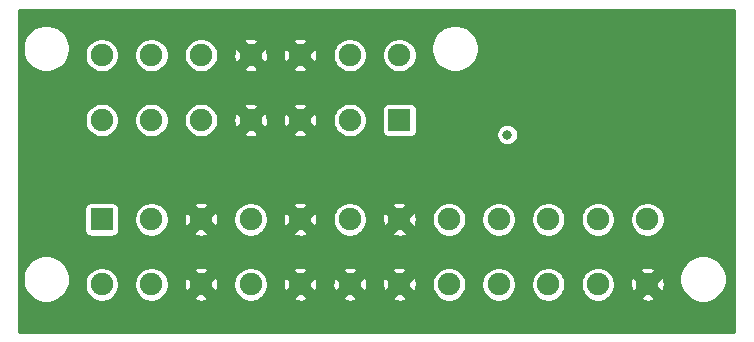
<source format=gbr>
%TF.GenerationSoftware,KiCad,Pcbnew,(5.1.9-0-10_14)*%
%TF.CreationDate,2023-05-06T09:45:43+02:00*%
%TF.ProjectId,SS1_ATX,5353315f-4154-4582-9e6b-696361645f70,rev?*%
%TF.SameCoordinates,Original*%
%TF.FileFunction,Copper,L4,Bot*%
%TF.FilePolarity,Positive*%
%FSLAX46Y46*%
G04 Gerber Fmt 4.6, Leading zero omitted, Abs format (unit mm)*
G04 Created by KiCad (PCBNEW (5.1.9-0-10_14)) date 2023-05-06 09:45:43*
%MOMM*%
%LPD*%
G01*
G04 APERTURE LIST*
%TA.AperFunction,ComponentPad*%
%ADD10R,1.900000X1.900000*%
%TD*%
%TA.AperFunction,ComponentPad*%
%ADD11C,1.900000*%
%TD*%
%TA.AperFunction,ViaPad*%
%ADD12C,0.800000*%
%TD*%
%TA.AperFunction,Conductor*%
%ADD13C,0.254000*%
%TD*%
%TA.AperFunction,Conductor*%
%ADD14C,0.100000*%
%TD*%
G04 APERTURE END LIST*
D10*
%TO.P,J2,1*%
%TO.N,+5V*%
X122700000Y-119890000D03*
D11*
%TO.P,J2,2*%
X118500000Y-119890000D03*
%TO.P,J2,8*%
X122700000Y-114390000D03*
%TO.P,J2,9*%
X118500000Y-114390000D03*
%TO.P,J2,3*%
%TO.N,GND*%
X114300000Y-119890000D03*
%TO.P,J2,4*%
X110100000Y-119890000D03*
%TO.P,J2,5*%
%TO.N,+12V*%
X105900000Y-119890000D03*
%TO.P,J2,6*%
%TO.N,PWRONRST*%
X101700000Y-119890000D03*
%TO.P,J2,7*%
%TO.N,Net-(J2-Pad7)*%
X97500000Y-119890000D03*
%TO.P,J2,10*%
%TO.N,GND*%
X114300000Y-114390000D03*
%TO.P,J2,11*%
X110100000Y-114390000D03*
%TO.P,J2,12*%
%TO.N,+12V*%
X105900000Y-114390000D03*
%TO.P,J2,13*%
%TO.N,-12V*%
X101700000Y-114390000D03*
%TO.P,J2,14*%
%TO.N,Net-(J2-Pad14)*%
X97500000Y-114390000D03*
%TD*%
%TO.P,J1,24*%
%TO.N,GND*%
X143700000Y-133800000D03*
%TO.P,J1,23*%
%TO.N,+5V*%
X139500000Y-133800000D03*
%TO.P,J1,22*%
X135300000Y-133800000D03*
%TO.P,J1,21*%
X131100000Y-133800000D03*
%TO.P,J1,20*%
%TO.N,Net-(J1-Pad20)*%
X126900000Y-133800000D03*
%TO.P,J1,19*%
%TO.N,GND*%
X122700000Y-133800000D03*
%TO.P,J1,18*%
X118500000Y-133800000D03*
%TO.P,J1,17*%
X114300000Y-133800000D03*
%TO.P,J1,16*%
%TO.N,~PS-ON*%
X110100000Y-133800000D03*
%TO.P,J1,15*%
%TO.N,GND*%
X105900000Y-133800000D03*
%TO.P,J1,14*%
%TO.N,-12V*%
X101700000Y-133800000D03*
%TO.P,J1,13*%
%TO.N,Net-(J1-Pad13)*%
X97500000Y-133800000D03*
%TO.P,J1,12*%
%TO.N,Net-(J1-Pad12)*%
X143700000Y-128300000D03*
%TO.P,J1,11*%
%TO.N,+12V*%
X139500000Y-128300000D03*
%TO.P,J1,10*%
X135300000Y-128300000D03*
%TO.P,J1,9*%
%TO.N,+5VD*%
X131100000Y-128300000D03*
%TO.P,J1,8*%
%TO.N,PGOOD*%
X126900000Y-128300000D03*
%TO.P,J1,7*%
%TO.N,GND*%
X122700000Y-128300000D03*
%TO.P,J1,6*%
%TO.N,+5V*%
X118500000Y-128300000D03*
%TO.P,J1,5*%
%TO.N,GND*%
X114300000Y-128300000D03*
%TO.P,J1,4*%
%TO.N,+5V*%
X110100000Y-128300000D03*
%TO.P,J1,3*%
%TO.N,GND*%
X105900000Y-128300000D03*
%TO.P,J1,2*%
%TO.N,Net-(J1-Pad2)*%
X101700000Y-128300000D03*
D10*
%TO.P,J1,1*%
%TO.N,Net-(J1-Pad1)*%
X97500000Y-128300000D03*
%TD*%
D12*
%TO.N,GND*%
X134720000Y-122360000D03*
X135420000Y-117910000D03*
X149863280Y-122750000D03*
X92500000Y-124000000D03*
X92500000Y-129000000D03*
X92500000Y-119000000D03*
X148500000Y-113500000D03*
%TO.N,+5V*%
X131830000Y-121120000D03*
%TD*%
D13*
%TO.N,GND*%
X151067001Y-137867000D02*
X90533000Y-137867000D01*
X90533000Y-133142229D01*
X90792000Y-133142229D01*
X90792000Y-133537771D01*
X90869166Y-133925712D01*
X91020533Y-134291145D01*
X91240284Y-134620025D01*
X91519975Y-134899716D01*
X91848855Y-135119467D01*
X92214288Y-135270834D01*
X92602229Y-135348000D01*
X92997771Y-135348000D01*
X93385712Y-135270834D01*
X93751145Y-135119467D01*
X94080025Y-134899716D01*
X94359716Y-134620025D01*
X94579467Y-134291145D01*
X94730834Y-133925712D01*
X94784403Y-133656399D01*
X96042000Y-133656399D01*
X96042000Y-133943601D01*
X96098030Y-134225283D01*
X96207937Y-134490622D01*
X96367497Y-134729421D01*
X96570579Y-134932503D01*
X96809378Y-135092063D01*
X97074717Y-135201970D01*
X97356399Y-135258000D01*
X97643601Y-135258000D01*
X97925283Y-135201970D01*
X98190622Y-135092063D01*
X98429421Y-134932503D01*
X98632503Y-134729421D01*
X98792063Y-134490622D01*
X98901970Y-134225283D01*
X98958000Y-133943601D01*
X98958000Y-133656399D01*
X100242000Y-133656399D01*
X100242000Y-133943601D01*
X100298030Y-134225283D01*
X100407937Y-134490622D01*
X100567497Y-134729421D01*
X100770579Y-134932503D01*
X101009378Y-135092063D01*
X101274717Y-135201970D01*
X101556399Y-135258000D01*
X101843601Y-135258000D01*
X102125283Y-135201970D01*
X102390622Y-135092063D01*
X102563740Y-134976389D01*
X105262427Y-134976389D01*
X105376727Y-135168420D01*
X105653747Y-135244212D01*
X105940231Y-135264504D01*
X106225168Y-135228515D01*
X106423273Y-135168420D01*
X106537573Y-134976389D01*
X105900000Y-134338815D01*
X105262427Y-134976389D01*
X102563740Y-134976389D01*
X102629421Y-134932503D01*
X102832503Y-134729421D01*
X102992063Y-134490622D01*
X103101970Y-134225283D01*
X103158000Y-133943601D01*
X103158000Y-133840231D01*
X104435496Y-133840231D01*
X104471485Y-134125168D01*
X104531580Y-134323273D01*
X104723611Y-134437573D01*
X105361185Y-133800000D01*
X106438815Y-133800000D01*
X107076389Y-134437573D01*
X107268420Y-134323273D01*
X107344212Y-134046253D01*
X107364504Y-133759769D01*
X107351448Y-133656399D01*
X108642000Y-133656399D01*
X108642000Y-133943601D01*
X108698030Y-134225283D01*
X108807937Y-134490622D01*
X108967497Y-134729421D01*
X109170579Y-134932503D01*
X109409378Y-135092063D01*
X109674717Y-135201970D01*
X109956399Y-135258000D01*
X110243601Y-135258000D01*
X110525283Y-135201970D01*
X110790622Y-135092063D01*
X110963740Y-134976389D01*
X113662427Y-134976389D01*
X113776727Y-135168420D01*
X114053747Y-135244212D01*
X114340231Y-135264504D01*
X114625168Y-135228515D01*
X114823273Y-135168420D01*
X114937573Y-134976389D01*
X117862427Y-134976389D01*
X117976727Y-135168420D01*
X118253747Y-135244212D01*
X118540231Y-135264504D01*
X118825168Y-135228515D01*
X119023273Y-135168420D01*
X119137573Y-134976389D01*
X122062427Y-134976389D01*
X122176727Y-135168420D01*
X122453747Y-135244212D01*
X122740231Y-135264504D01*
X123025168Y-135228515D01*
X123223273Y-135168420D01*
X123337573Y-134976389D01*
X122700000Y-134338815D01*
X122062427Y-134976389D01*
X119137573Y-134976389D01*
X118500000Y-134338815D01*
X117862427Y-134976389D01*
X114937573Y-134976389D01*
X114300000Y-134338815D01*
X113662427Y-134976389D01*
X110963740Y-134976389D01*
X111029421Y-134932503D01*
X111232503Y-134729421D01*
X111392063Y-134490622D01*
X111501970Y-134225283D01*
X111558000Y-133943601D01*
X111558000Y-133840231D01*
X112835496Y-133840231D01*
X112871485Y-134125168D01*
X112931580Y-134323273D01*
X113123611Y-134437573D01*
X113761185Y-133800000D01*
X114838815Y-133800000D01*
X115476389Y-134437573D01*
X115668420Y-134323273D01*
X115744212Y-134046253D01*
X115758804Y-133840231D01*
X117035496Y-133840231D01*
X117071485Y-134125168D01*
X117131580Y-134323273D01*
X117323611Y-134437573D01*
X117961185Y-133800000D01*
X119038815Y-133800000D01*
X119676389Y-134437573D01*
X119868420Y-134323273D01*
X119944212Y-134046253D01*
X119958804Y-133840231D01*
X121235496Y-133840231D01*
X121271485Y-134125168D01*
X121331580Y-134323273D01*
X121523611Y-134437573D01*
X122161185Y-133800000D01*
X123238815Y-133800000D01*
X123876389Y-134437573D01*
X124068420Y-134323273D01*
X124144212Y-134046253D01*
X124164504Y-133759769D01*
X124151448Y-133656399D01*
X125442000Y-133656399D01*
X125442000Y-133943601D01*
X125498030Y-134225283D01*
X125607937Y-134490622D01*
X125767497Y-134729421D01*
X125970579Y-134932503D01*
X126209378Y-135092063D01*
X126474717Y-135201970D01*
X126756399Y-135258000D01*
X127043601Y-135258000D01*
X127325283Y-135201970D01*
X127590622Y-135092063D01*
X127829421Y-134932503D01*
X128032503Y-134729421D01*
X128192063Y-134490622D01*
X128301970Y-134225283D01*
X128358000Y-133943601D01*
X128358000Y-133656399D01*
X129642000Y-133656399D01*
X129642000Y-133943601D01*
X129698030Y-134225283D01*
X129807937Y-134490622D01*
X129967497Y-134729421D01*
X130170579Y-134932503D01*
X130409378Y-135092063D01*
X130674717Y-135201970D01*
X130956399Y-135258000D01*
X131243601Y-135258000D01*
X131525283Y-135201970D01*
X131790622Y-135092063D01*
X132029421Y-134932503D01*
X132232503Y-134729421D01*
X132392063Y-134490622D01*
X132501970Y-134225283D01*
X132558000Y-133943601D01*
X132558000Y-133656399D01*
X133842000Y-133656399D01*
X133842000Y-133943601D01*
X133898030Y-134225283D01*
X134007937Y-134490622D01*
X134167497Y-134729421D01*
X134370579Y-134932503D01*
X134609378Y-135092063D01*
X134874717Y-135201970D01*
X135156399Y-135258000D01*
X135443601Y-135258000D01*
X135725283Y-135201970D01*
X135990622Y-135092063D01*
X136229421Y-134932503D01*
X136432503Y-134729421D01*
X136592063Y-134490622D01*
X136701970Y-134225283D01*
X136758000Y-133943601D01*
X136758000Y-133656399D01*
X138042000Y-133656399D01*
X138042000Y-133943601D01*
X138098030Y-134225283D01*
X138207937Y-134490622D01*
X138367497Y-134729421D01*
X138570579Y-134932503D01*
X138809378Y-135092063D01*
X139074717Y-135201970D01*
X139356399Y-135258000D01*
X139643601Y-135258000D01*
X139925283Y-135201970D01*
X140190622Y-135092063D01*
X140363740Y-134976389D01*
X143062427Y-134976389D01*
X143176727Y-135168420D01*
X143453747Y-135244212D01*
X143740231Y-135264504D01*
X144025168Y-135228515D01*
X144223273Y-135168420D01*
X144337573Y-134976389D01*
X143700000Y-134338815D01*
X143062427Y-134976389D01*
X140363740Y-134976389D01*
X140429421Y-134932503D01*
X140632503Y-134729421D01*
X140792063Y-134490622D01*
X140901970Y-134225283D01*
X140958000Y-133943601D01*
X140958000Y-133840231D01*
X142235496Y-133840231D01*
X142271485Y-134125168D01*
X142331580Y-134323273D01*
X142523611Y-134437573D01*
X143161185Y-133800000D01*
X144238815Y-133800000D01*
X144876389Y-134437573D01*
X145068420Y-134323273D01*
X145144212Y-134046253D01*
X145164504Y-133759769D01*
X145128515Y-133474832D01*
X145068420Y-133276727D01*
X144876389Y-133162427D01*
X144238815Y-133800000D01*
X143161185Y-133800000D01*
X142523611Y-133162427D01*
X142331580Y-133276727D01*
X142255788Y-133553747D01*
X142235496Y-133840231D01*
X140958000Y-133840231D01*
X140958000Y-133656399D01*
X140901970Y-133374717D01*
X140792063Y-133109378D01*
X140632503Y-132870579D01*
X140429421Y-132667497D01*
X140363741Y-132623611D01*
X143062427Y-132623611D01*
X143700000Y-133261185D01*
X143818955Y-133142229D01*
X146392000Y-133142229D01*
X146392000Y-133537771D01*
X146469166Y-133925712D01*
X146620533Y-134291145D01*
X146840284Y-134620025D01*
X147119975Y-134899716D01*
X147448855Y-135119467D01*
X147814288Y-135270834D01*
X148202229Y-135348000D01*
X148597771Y-135348000D01*
X148985712Y-135270834D01*
X149351145Y-135119467D01*
X149680025Y-134899716D01*
X149959716Y-134620025D01*
X150179467Y-134291145D01*
X150330834Y-133925712D01*
X150408000Y-133537771D01*
X150408000Y-133142229D01*
X150330834Y-132754288D01*
X150179467Y-132388855D01*
X149959716Y-132059975D01*
X149680025Y-131780284D01*
X149351145Y-131560533D01*
X148985712Y-131409166D01*
X148597771Y-131332000D01*
X148202229Y-131332000D01*
X147814288Y-131409166D01*
X147448855Y-131560533D01*
X147119975Y-131780284D01*
X146840284Y-132059975D01*
X146620533Y-132388855D01*
X146469166Y-132754288D01*
X146392000Y-133142229D01*
X143818955Y-133142229D01*
X144337573Y-132623611D01*
X144223273Y-132431580D01*
X143946253Y-132355788D01*
X143659769Y-132335496D01*
X143374832Y-132371485D01*
X143176727Y-132431580D01*
X143062427Y-132623611D01*
X140363741Y-132623611D01*
X140190622Y-132507937D01*
X139925283Y-132398030D01*
X139643601Y-132342000D01*
X139356399Y-132342000D01*
X139074717Y-132398030D01*
X138809378Y-132507937D01*
X138570579Y-132667497D01*
X138367497Y-132870579D01*
X138207937Y-133109378D01*
X138098030Y-133374717D01*
X138042000Y-133656399D01*
X136758000Y-133656399D01*
X136701970Y-133374717D01*
X136592063Y-133109378D01*
X136432503Y-132870579D01*
X136229421Y-132667497D01*
X135990622Y-132507937D01*
X135725283Y-132398030D01*
X135443601Y-132342000D01*
X135156399Y-132342000D01*
X134874717Y-132398030D01*
X134609378Y-132507937D01*
X134370579Y-132667497D01*
X134167497Y-132870579D01*
X134007937Y-133109378D01*
X133898030Y-133374717D01*
X133842000Y-133656399D01*
X132558000Y-133656399D01*
X132501970Y-133374717D01*
X132392063Y-133109378D01*
X132232503Y-132870579D01*
X132029421Y-132667497D01*
X131790622Y-132507937D01*
X131525283Y-132398030D01*
X131243601Y-132342000D01*
X130956399Y-132342000D01*
X130674717Y-132398030D01*
X130409378Y-132507937D01*
X130170579Y-132667497D01*
X129967497Y-132870579D01*
X129807937Y-133109378D01*
X129698030Y-133374717D01*
X129642000Y-133656399D01*
X128358000Y-133656399D01*
X128301970Y-133374717D01*
X128192063Y-133109378D01*
X128032503Y-132870579D01*
X127829421Y-132667497D01*
X127590622Y-132507937D01*
X127325283Y-132398030D01*
X127043601Y-132342000D01*
X126756399Y-132342000D01*
X126474717Y-132398030D01*
X126209378Y-132507937D01*
X125970579Y-132667497D01*
X125767497Y-132870579D01*
X125607937Y-133109378D01*
X125498030Y-133374717D01*
X125442000Y-133656399D01*
X124151448Y-133656399D01*
X124128515Y-133474832D01*
X124068420Y-133276727D01*
X123876389Y-133162427D01*
X123238815Y-133800000D01*
X122161185Y-133800000D01*
X121523611Y-133162427D01*
X121331580Y-133276727D01*
X121255788Y-133553747D01*
X121235496Y-133840231D01*
X119958804Y-133840231D01*
X119964504Y-133759769D01*
X119928515Y-133474832D01*
X119868420Y-133276727D01*
X119676389Y-133162427D01*
X119038815Y-133800000D01*
X117961185Y-133800000D01*
X117323611Y-133162427D01*
X117131580Y-133276727D01*
X117055788Y-133553747D01*
X117035496Y-133840231D01*
X115758804Y-133840231D01*
X115764504Y-133759769D01*
X115728515Y-133474832D01*
X115668420Y-133276727D01*
X115476389Y-133162427D01*
X114838815Y-133800000D01*
X113761185Y-133800000D01*
X113123611Y-133162427D01*
X112931580Y-133276727D01*
X112855788Y-133553747D01*
X112835496Y-133840231D01*
X111558000Y-133840231D01*
X111558000Y-133656399D01*
X111501970Y-133374717D01*
X111392063Y-133109378D01*
X111232503Y-132870579D01*
X111029421Y-132667497D01*
X110963741Y-132623611D01*
X113662427Y-132623611D01*
X114300000Y-133261185D01*
X114937573Y-132623611D01*
X117862427Y-132623611D01*
X118500000Y-133261185D01*
X119137573Y-132623611D01*
X122062427Y-132623611D01*
X122700000Y-133261185D01*
X123337573Y-132623611D01*
X123223273Y-132431580D01*
X122946253Y-132355788D01*
X122659769Y-132335496D01*
X122374832Y-132371485D01*
X122176727Y-132431580D01*
X122062427Y-132623611D01*
X119137573Y-132623611D01*
X119023273Y-132431580D01*
X118746253Y-132355788D01*
X118459769Y-132335496D01*
X118174832Y-132371485D01*
X117976727Y-132431580D01*
X117862427Y-132623611D01*
X114937573Y-132623611D01*
X114823273Y-132431580D01*
X114546253Y-132355788D01*
X114259769Y-132335496D01*
X113974832Y-132371485D01*
X113776727Y-132431580D01*
X113662427Y-132623611D01*
X110963741Y-132623611D01*
X110790622Y-132507937D01*
X110525283Y-132398030D01*
X110243601Y-132342000D01*
X109956399Y-132342000D01*
X109674717Y-132398030D01*
X109409378Y-132507937D01*
X109170579Y-132667497D01*
X108967497Y-132870579D01*
X108807937Y-133109378D01*
X108698030Y-133374717D01*
X108642000Y-133656399D01*
X107351448Y-133656399D01*
X107328515Y-133474832D01*
X107268420Y-133276727D01*
X107076389Y-133162427D01*
X106438815Y-133800000D01*
X105361185Y-133800000D01*
X104723611Y-133162427D01*
X104531580Y-133276727D01*
X104455788Y-133553747D01*
X104435496Y-133840231D01*
X103158000Y-133840231D01*
X103158000Y-133656399D01*
X103101970Y-133374717D01*
X102992063Y-133109378D01*
X102832503Y-132870579D01*
X102629421Y-132667497D01*
X102563741Y-132623611D01*
X105262427Y-132623611D01*
X105900000Y-133261185D01*
X106537573Y-132623611D01*
X106423273Y-132431580D01*
X106146253Y-132355788D01*
X105859769Y-132335496D01*
X105574832Y-132371485D01*
X105376727Y-132431580D01*
X105262427Y-132623611D01*
X102563741Y-132623611D01*
X102390622Y-132507937D01*
X102125283Y-132398030D01*
X101843601Y-132342000D01*
X101556399Y-132342000D01*
X101274717Y-132398030D01*
X101009378Y-132507937D01*
X100770579Y-132667497D01*
X100567497Y-132870579D01*
X100407937Y-133109378D01*
X100298030Y-133374717D01*
X100242000Y-133656399D01*
X98958000Y-133656399D01*
X98901970Y-133374717D01*
X98792063Y-133109378D01*
X98632503Y-132870579D01*
X98429421Y-132667497D01*
X98190622Y-132507937D01*
X97925283Y-132398030D01*
X97643601Y-132342000D01*
X97356399Y-132342000D01*
X97074717Y-132398030D01*
X96809378Y-132507937D01*
X96570579Y-132667497D01*
X96367497Y-132870579D01*
X96207937Y-133109378D01*
X96098030Y-133374717D01*
X96042000Y-133656399D01*
X94784403Y-133656399D01*
X94808000Y-133537771D01*
X94808000Y-133142229D01*
X94730834Y-132754288D01*
X94579467Y-132388855D01*
X94359716Y-132059975D01*
X94080025Y-131780284D01*
X93751145Y-131560533D01*
X93385712Y-131409166D01*
X92997771Y-131332000D01*
X92602229Y-131332000D01*
X92214288Y-131409166D01*
X91848855Y-131560533D01*
X91519975Y-131780284D01*
X91240284Y-132059975D01*
X91020533Y-132388855D01*
X90869166Y-132754288D01*
X90792000Y-133142229D01*
X90533000Y-133142229D01*
X90533000Y-127350000D01*
X96039543Y-127350000D01*
X96039543Y-129250000D01*
X96049351Y-129349585D01*
X96078399Y-129445343D01*
X96125571Y-129533595D01*
X96189052Y-129610948D01*
X96266405Y-129674429D01*
X96354657Y-129721601D01*
X96450415Y-129750649D01*
X96550000Y-129760457D01*
X98450000Y-129760457D01*
X98549585Y-129750649D01*
X98645343Y-129721601D01*
X98733595Y-129674429D01*
X98810948Y-129610948D01*
X98874429Y-129533595D01*
X98921601Y-129445343D01*
X98950649Y-129349585D01*
X98960457Y-129250000D01*
X98960457Y-128156399D01*
X100242000Y-128156399D01*
X100242000Y-128443601D01*
X100298030Y-128725283D01*
X100407937Y-128990622D01*
X100567497Y-129229421D01*
X100770579Y-129432503D01*
X101009378Y-129592063D01*
X101274717Y-129701970D01*
X101556399Y-129758000D01*
X101843601Y-129758000D01*
X102125283Y-129701970D01*
X102390622Y-129592063D01*
X102563740Y-129476389D01*
X105262427Y-129476389D01*
X105376727Y-129668420D01*
X105653747Y-129744212D01*
X105940231Y-129764504D01*
X106225168Y-129728515D01*
X106423273Y-129668420D01*
X106537573Y-129476389D01*
X105900000Y-128838815D01*
X105262427Y-129476389D01*
X102563740Y-129476389D01*
X102629421Y-129432503D01*
X102832503Y-129229421D01*
X102992063Y-128990622D01*
X103101970Y-128725283D01*
X103158000Y-128443601D01*
X103158000Y-128340231D01*
X104435496Y-128340231D01*
X104471485Y-128625168D01*
X104531580Y-128823273D01*
X104723611Y-128937573D01*
X105361185Y-128300000D01*
X106438815Y-128300000D01*
X107076389Y-128937573D01*
X107268420Y-128823273D01*
X107344212Y-128546253D01*
X107364504Y-128259769D01*
X107351448Y-128156399D01*
X108642000Y-128156399D01*
X108642000Y-128443601D01*
X108698030Y-128725283D01*
X108807937Y-128990622D01*
X108967497Y-129229421D01*
X109170579Y-129432503D01*
X109409378Y-129592063D01*
X109674717Y-129701970D01*
X109956399Y-129758000D01*
X110243601Y-129758000D01*
X110525283Y-129701970D01*
X110790622Y-129592063D01*
X110963740Y-129476389D01*
X113662427Y-129476389D01*
X113776727Y-129668420D01*
X114053747Y-129744212D01*
X114340231Y-129764504D01*
X114625168Y-129728515D01*
X114823273Y-129668420D01*
X114937573Y-129476389D01*
X114300000Y-128838815D01*
X113662427Y-129476389D01*
X110963740Y-129476389D01*
X111029421Y-129432503D01*
X111232503Y-129229421D01*
X111392063Y-128990622D01*
X111501970Y-128725283D01*
X111558000Y-128443601D01*
X111558000Y-128340231D01*
X112835496Y-128340231D01*
X112871485Y-128625168D01*
X112931580Y-128823273D01*
X113123611Y-128937573D01*
X113761185Y-128300000D01*
X114838815Y-128300000D01*
X115476389Y-128937573D01*
X115668420Y-128823273D01*
X115744212Y-128546253D01*
X115764504Y-128259769D01*
X115751448Y-128156399D01*
X117042000Y-128156399D01*
X117042000Y-128443601D01*
X117098030Y-128725283D01*
X117207937Y-128990622D01*
X117367497Y-129229421D01*
X117570579Y-129432503D01*
X117809378Y-129592063D01*
X118074717Y-129701970D01*
X118356399Y-129758000D01*
X118643601Y-129758000D01*
X118925283Y-129701970D01*
X119190622Y-129592063D01*
X119363740Y-129476389D01*
X122062427Y-129476389D01*
X122176727Y-129668420D01*
X122453747Y-129744212D01*
X122740231Y-129764504D01*
X123025168Y-129728515D01*
X123223273Y-129668420D01*
X123337573Y-129476389D01*
X122700000Y-128838815D01*
X122062427Y-129476389D01*
X119363740Y-129476389D01*
X119429421Y-129432503D01*
X119632503Y-129229421D01*
X119792063Y-128990622D01*
X119901970Y-128725283D01*
X119958000Y-128443601D01*
X119958000Y-128340231D01*
X121235496Y-128340231D01*
X121271485Y-128625168D01*
X121331580Y-128823273D01*
X121523611Y-128937573D01*
X122161185Y-128300000D01*
X123238815Y-128300000D01*
X123876389Y-128937573D01*
X124068420Y-128823273D01*
X124144212Y-128546253D01*
X124164504Y-128259769D01*
X124151448Y-128156399D01*
X125442000Y-128156399D01*
X125442000Y-128443601D01*
X125498030Y-128725283D01*
X125607937Y-128990622D01*
X125767497Y-129229421D01*
X125970579Y-129432503D01*
X126209378Y-129592063D01*
X126474717Y-129701970D01*
X126756399Y-129758000D01*
X127043601Y-129758000D01*
X127325283Y-129701970D01*
X127590622Y-129592063D01*
X127829421Y-129432503D01*
X128032503Y-129229421D01*
X128192063Y-128990622D01*
X128301970Y-128725283D01*
X128358000Y-128443601D01*
X128358000Y-128156399D01*
X129642000Y-128156399D01*
X129642000Y-128443601D01*
X129698030Y-128725283D01*
X129807937Y-128990622D01*
X129967497Y-129229421D01*
X130170579Y-129432503D01*
X130409378Y-129592063D01*
X130674717Y-129701970D01*
X130956399Y-129758000D01*
X131243601Y-129758000D01*
X131525283Y-129701970D01*
X131790622Y-129592063D01*
X132029421Y-129432503D01*
X132232503Y-129229421D01*
X132392063Y-128990622D01*
X132501970Y-128725283D01*
X132558000Y-128443601D01*
X132558000Y-128156399D01*
X133842000Y-128156399D01*
X133842000Y-128443601D01*
X133898030Y-128725283D01*
X134007937Y-128990622D01*
X134167497Y-129229421D01*
X134370579Y-129432503D01*
X134609378Y-129592063D01*
X134874717Y-129701970D01*
X135156399Y-129758000D01*
X135443601Y-129758000D01*
X135725283Y-129701970D01*
X135990622Y-129592063D01*
X136229421Y-129432503D01*
X136432503Y-129229421D01*
X136592063Y-128990622D01*
X136701970Y-128725283D01*
X136758000Y-128443601D01*
X136758000Y-128156399D01*
X138042000Y-128156399D01*
X138042000Y-128443601D01*
X138098030Y-128725283D01*
X138207937Y-128990622D01*
X138367497Y-129229421D01*
X138570579Y-129432503D01*
X138809378Y-129592063D01*
X139074717Y-129701970D01*
X139356399Y-129758000D01*
X139643601Y-129758000D01*
X139925283Y-129701970D01*
X140190622Y-129592063D01*
X140429421Y-129432503D01*
X140632503Y-129229421D01*
X140792063Y-128990622D01*
X140901970Y-128725283D01*
X140958000Y-128443601D01*
X140958000Y-128156399D01*
X142242000Y-128156399D01*
X142242000Y-128443601D01*
X142298030Y-128725283D01*
X142407937Y-128990622D01*
X142567497Y-129229421D01*
X142770579Y-129432503D01*
X143009378Y-129592063D01*
X143274717Y-129701970D01*
X143556399Y-129758000D01*
X143843601Y-129758000D01*
X144125283Y-129701970D01*
X144390622Y-129592063D01*
X144629421Y-129432503D01*
X144832503Y-129229421D01*
X144992063Y-128990622D01*
X145101970Y-128725283D01*
X145158000Y-128443601D01*
X145158000Y-128156399D01*
X145101970Y-127874717D01*
X144992063Y-127609378D01*
X144832503Y-127370579D01*
X144629421Y-127167497D01*
X144390622Y-127007937D01*
X144125283Y-126898030D01*
X143843601Y-126842000D01*
X143556399Y-126842000D01*
X143274717Y-126898030D01*
X143009378Y-127007937D01*
X142770579Y-127167497D01*
X142567497Y-127370579D01*
X142407937Y-127609378D01*
X142298030Y-127874717D01*
X142242000Y-128156399D01*
X140958000Y-128156399D01*
X140901970Y-127874717D01*
X140792063Y-127609378D01*
X140632503Y-127370579D01*
X140429421Y-127167497D01*
X140190622Y-127007937D01*
X139925283Y-126898030D01*
X139643601Y-126842000D01*
X139356399Y-126842000D01*
X139074717Y-126898030D01*
X138809378Y-127007937D01*
X138570579Y-127167497D01*
X138367497Y-127370579D01*
X138207937Y-127609378D01*
X138098030Y-127874717D01*
X138042000Y-128156399D01*
X136758000Y-128156399D01*
X136701970Y-127874717D01*
X136592063Y-127609378D01*
X136432503Y-127370579D01*
X136229421Y-127167497D01*
X135990622Y-127007937D01*
X135725283Y-126898030D01*
X135443601Y-126842000D01*
X135156399Y-126842000D01*
X134874717Y-126898030D01*
X134609378Y-127007937D01*
X134370579Y-127167497D01*
X134167497Y-127370579D01*
X134007937Y-127609378D01*
X133898030Y-127874717D01*
X133842000Y-128156399D01*
X132558000Y-128156399D01*
X132501970Y-127874717D01*
X132392063Y-127609378D01*
X132232503Y-127370579D01*
X132029421Y-127167497D01*
X131790622Y-127007937D01*
X131525283Y-126898030D01*
X131243601Y-126842000D01*
X130956399Y-126842000D01*
X130674717Y-126898030D01*
X130409378Y-127007937D01*
X130170579Y-127167497D01*
X129967497Y-127370579D01*
X129807937Y-127609378D01*
X129698030Y-127874717D01*
X129642000Y-128156399D01*
X128358000Y-128156399D01*
X128301970Y-127874717D01*
X128192063Y-127609378D01*
X128032503Y-127370579D01*
X127829421Y-127167497D01*
X127590622Y-127007937D01*
X127325283Y-126898030D01*
X127043601Y-126842000D01*
X126756399Y-126842000D01*
X126474717Y-126898030D01*
X126209378Y-127007937D01*
X125970579Y-127167497D01*
X125767497Y-127370579D01*
X125607937Y-127609378D01*
X125498030Y-127874717D01*
X125442000Y-128156399D01*
X124151448Y-128156399D01*
X124128515Y-127974832D01*
X124068420Y-127776727D01*
X123876389Y-127662427D01*
X123238815Y-128300000D01*
X122161185Y-128300000D01*
X121523611Y-127662427D01*
X121331580Y-127776727D01*
X121255788Y-128053747D01*
X121235496Y-128340231D01*
X119958000Y-128340231D01*
X119958000Y-128156399D01*
X119901970Y-127874717D01*
X119792063Y-127609378D01*
X119632503Y-127370579D01*
X119429421Y-127167497D01*
X119363741Y-127123611D01*
X122062427Y-127123611D01*
X122700000Y-127761185D01*
X123337573Y-127123611D01*
X123223273Y-126931580D01*
X122946253Y-126855788D01*
X122659769Y-126835496D01*
X122374832Y-126871485D01*
X122176727Y-126931580D01*
X122062427Y-127123611D01*
X119363741Y-127123611D01*
X119190622Y-127007937D01*
X118925283Y-126898030D01*
X118643601Y-126842000D01*
X118356399Y-126842000D01*
X118074717Y-126898030D01*
X117809378Y-127007937D01*
X117570579Y-127167497D01*
X117367497Y-127370579D01*
X117207937Y-127609378D01*
X117098030Y-127874717D01*
X117042000Y-128156399D01*
X115751448Y-128156399D01*
X115728515Y-127974832D01*
X115668420Y-127776727D01*
X115476389Y-127662427D01*
X114838815Y-128300000D01*
X113761185Y-128300000D01*
X113123611Y-127662427D01*
X112931580Y-127776727D01*
X112855788Y-128053747D01*
X112835496Y-128340231D01*
X111558000Y-128340231D01*
X111558000Y-128156399D01*
X111501970Y-127874717D01*
X111392063Y-127609378D01*
X111232503Y-127370579D01*
X111029421Y-127167497D01*
X110963741Y-127123611D01*
X113662427Y-127123611D01*
X114300000Y-127761185D01*
X114937573Y-127123611D01*
X114823273Y-126931580D01*
X114546253Y-126855788D01*
X114259769Y-126835496D01*
X113974832Y-126871485D01*
X113776727Y-126931580D01*
X113662427Y-127123611D01*
X110963741Y-127123611D01*
X110790622Y-127007937D01*
X110525283Y-126898030D01*
X110243601Y-126842000D01*
X109956399Y-126842000D01*
X109674717Y-126898030D01*
X109409378Y-127007937D01*
X109170579Y-127167497D01*
X108967497Y-127370579D01*
X108807937Y-127609378D01*
X108698030Y-127874717D01*
X108642000Y-128156399D01*
X107351448Y-128156399D01*
X107328515Y-127974832D01*
X107268420Y-127776727D01*
X107076389Y-127662427D01*
X106438815Y-128300000D01*
X105361185Y-128300000D01*
X104723611Y-127662427D01*
X104531580Y-127776727D01*
X104455788Y-128053747D01*
X104435496Y-128340231D01*
X103158000Y-128340231D01*
X103158000Y-128156399D01*
X103101970Y-127874717D01*
X102992063Y-127609378D01*
X102832503Y-127370579D01*
X102629421Y-127167497D01*
X102563741Y-127123611D01*
X105262427Y-127123611D01*
X105900000Y-127761185D01*
X106537573Y-127123611D01*
X106423273Y-126931580D01*
X106146253Y-126855788D01*
X105859769Y-126835496D01*
X105574832Y-126871485D01*
X105376727Y-126931580D01*
X105262427Y-127123611D01*
X102563741Y-127123611D01*
X102390622Y-127007937D01*
X102125283Y-126898030D01*
X101843601Y-126842000D01*
X101556399Y-126842000D01*
X101274717Y-126898030D01*
X101009378Y-127007937D01*
X100770579Y-127167497D01*
X100567497Y-127370579D01*
X100407937Y-127609378D01*
X100298030Y-127874717D01*
X100242000Y-128156399D01*
X98960457Y-128156399D01*
X98960457Y-127350000D01*
X98950649Y-127250415D01*
X98921601Y-127154657D01*
X98874429Y-127066405D01*
X98810948Y-126989052D01*
X98733595Y-126925571D01*
X98645343Y-126878399D01*
X98549585Y-126849351D01*
X98450000Y-126839543D01*
X96550000Y-126839543D01*
X96450415Y-126849351D01*
X96354657Y-126878399D01*
X96266405Y-126925571D01*
X96189052Y-126989052D01*
X96125571Y-127066405D01*
X96078399Y-127154657D01*
X96049351Y-127250415D01*
X96039543Y-127350000D01*
X90533000Y-127350000D01*
X90533000Y-119746399D01*
X96042000Y-119746399D01*
X96042000Y-120033601D01*
X96098030Y-120315283D01*
X96207937Y-120580622D01*
X96367497Y-120819421D01*
X96570579Y-121022503D01*
X96809378Y-121182063D01*
X97074717Y-121291970D01*
X97356399Y-121348000D01*
X97643601Y-121348000D01*
X97925283Y-121291970D01*
X98190622Y-121182063D01*
X98429421Y-121022503D01*
X98632503Y-120819421D01*
X98792063Y-120580622D01*
X98901970Y-120315283D01*
X98958000Y-120033601D01*
X98958000Y-119746399D01*
X100242000Y-119746399D01*
X100242000Y-120033601D01*
X100298030Y-120315283D01*
X100407937Y-120580622D01*
X100567497Y-120819421D01*
X100770579Y-121022503D01*
X101009378Y-121182063D01*
X101274717Y-121291970D01*
X101556399Y-121348000D01*
X101843601Y-121348000D01*
X102125283Y-121291970D01*
X102390622Y-121182063D01*
X102629421Y-121022503D01*
X102832503Y-120819421D01*
X102992063Y-120580622D01*
X103101970Y-120315283D01*
X103158000Y-120033601D01*
X103158000Y-119746399D01*
X104442000Y-119746399D01*
X104442000Y-120033601D01*
X104498030Y-120315283D01*
X104607937Y-120580622D01*
X104767497Y-120819421D01*
X104970579Y-121022503D01*
X105209378Y-121182063D01*
X105474717Y-121291970D01*
X105756399Y-121348000D01*
X106043601Y-121348000D01*
X106325283Y-121291970D01*
X106590622Y-121182063D01*
X106763740Y-121066389D01*
X109462427Y-121066389D01*
X109576727Y-121258420D01*
X109853747Y-121334212D01*
X110140231Y-121354504D01*
X110425168Y-121318515D01*
X110623273Y-121258420D01*
X110737573Y-121066389D01*
X113662427Y-121066389D01*
X113776727Y-121258420D01*
X114053747Y-121334212D01*
X114340231Y-121354504D01*
X114625168Y-121318515D01*
X114823273Y-121258420D01*
X114937573Y-121066389D01*
X114300000Y-120428815D01*
X113662427Y-121066389D01*
X110737573Y-121066389D01*
X110100000Y-120428815D01*
X109462427Y-121066389D01*
X106763740Y-121066389D01*
X106829421Y-121022503D01*
X107032503Y-120819421D01*
X107192063Y-120580622D01*
X107301970Y-120315283D01*
X107358000Y-120033601D01*
X107358000Y-119930231D01*
X108635496Y-119930231D01*
X108671485Y-120215168D01*
X108731580Y-120413273D01*
X108923611Y-120527573D01*
X109561185Y-119890000D01*
X110638815Y-119890000D01*
X111276389Y-120527573D01*
X111468420Y-120413273D01*
X111544212Y-120136253D01*
X111558804Y-119930231D01*
X112835496Y-119930231D01*
X112871485Y-120215168D01*
X112931580Y-120413273D01*
X113123611Y-120527573D01*
X113761185Y-119890000D01*
X114838815Y-119890000D01*
X115476389Y-120527573D01*
X115668420Y-120413273D01*
X115744212Y-120136253D01*
X115764504Y-119849769D01*
X115751448Y-119746399D01*
X117042000Y-119746399D01*
X117042000Y-120033601D01*
X117098030Y-120315283D01*
X117207937Y-120580622D01*
X117367497Y-120819421D01*
X117570579Y-121022503D01*
X117809378Y-121182063D01*
X118074717Y-121291970D01*
X118356399Y-121348000D01*
X118643601Y-121348000D01*
X118925283Y-121291970D01*
X119190622Y-121182063D01*
X119429421Y-121022503D01*
X119632503Y-120819421D01*
X119792063Y-120580622D01*
X119901970Y-120315283D01*
X119958000Y-120033601D01*
X119958000Y-119746399D01*
X119901970Y-119464717D01*
X119792063Y-119199378D01*
X119632503Y-118960579D01*
X119611924Y-118940000D01*
X121239543Y-118940000D01*
X121239543Y-120840000D01*
X121249351Y-120939585D01*
X121278399Y-121035343D01*
X121325571Y-121123595D01*
X121389052Y-121200948D01*
X121466405Y-121264429D01*
X121554657Y-121311601D01*
X121650415Y-121340649D01*
X121750000Y-121350457D01*
X123650000Y-121350457D01*
X123749585Y-121340649D01*
X123845343Y-121311601D01*
X123933595Y-121264429D01*
X124010948Y-121200948D01*
X124074429Y-121123595D01*
X124121601Y-121035343D01*
X124123048Y-121030570D01*
X130922000Y-121030570D01*
X130922000Y-121209430D01*
X130956894Y-121384854D01*
X131025341Y-121550099D01*
X131124711Y-121698816D01*
X131251184Y-121825289D01*
X131399901Y-121924659D01*
X131565146Y-121993106D01*
X131740570Y-122028000D01*
X131919430Y-122028000D01*
X132094854Y-121993106D01*
X132260099Y-121924659D01*
X132408816Y-121825289D01*
X132535289Y-121698816D01*
X132634659Y-121550099D01*
X132703106Y-121384854D01*
X132738000Y-121209430D01*
X132738000Y-121030570D01*
X132703106Y-120855146D01*
X132634659Y-120689901D01*
X132535289Y-120541184D01*
X132408816Y-120414711D01*
X132260099Y-120315341D01*
X132094854Y-120246894D01*
X131919430Y-120212000D01*
X131740570Y-120212000D01*
X131565146Y-120246894D01*
X131399901Y-120315341D01*
X131251184Y-120414711D01*
X131124711Y-120541184D01*
X131025341Y-120689901D01*
X130956894Y-120855146D01*
X130922000Y-121030570D01*
X124123048Y-121030570D01*
X124150649Y-120939585D01*
X124160457Y-120840000D01*
X124160457Y-118940000D01*
X124150649Y-118840415D01*
X124121601Y-118744657D01*
X124074429Y-118656405D01*
X124010948Y-118579052D01*
X123933595Y-118515571D01*
X123845343Y-118468399D01*
X123749585Y-118439351D01*
X123650000Y-118429543D01*
X121750000Y-118429543D01*
X121650415Y-118439351D01*
X121554657Y-118468399D01*
X121466405Y-118515571D01*
X121389052Y-118579052D01*
X121325571Y-118656405D01*
X121278399Y-118744657D01*
X121249351Y-118840415D01*
X121239543Y-118940000D01*
X119611924Y-118940000D01*
X119429421Y-118757497D01*
X119190622Y-118597937D01*
X118925283Y-118488030D01*
X118643601Y-118432000D01*
X118356399Y-118432000D01*
X118074717Y-118488030D01*
X117809378Y-118597937D01*
X117570579Y-118757497D01*
X117367497Y-118960579D01*
X117207937Y-119199378D01*
X117098030Y-119464717D01*
X117042000Y-119746399D01*
X115751448Y-119746399D01*
X115728515Y-119564832D01*
X115668420Y-119366727D01*
X115476389Y-119252427D01*
X114838815Y-119890000D01*
X113761185Y-119890000D01*
X113123611Y-119252427D01*
X112931580Y-119366727D01*
X112855788Y-119643747D01*
X112835496Y-119930231D01*
X111558804Y-119930231D01*
X111564504Y-119849769D01*
X111528515Y-119564832D01*
X111468420Y-119366727D01*
X111276389Y-119252427D01*
X110638815Y-119890000D01*
X109561185Y-119890000D01*
X108923611Y-119252427D01*
X108731580Y-119366727D01*
X108655788Y-119643747D01*
X108635496Y-119930231D01*
X107358000Y-119930231D01*
X107358000Y-119746399D01*
X107301970Y-119464717D01*
X107192063Y-119199378D01*
X107032503Y-118960579D01*
X106829421Y-118757497D01*
X106763741Y-118713611D01*
X109462427Y-118713611D01*
X110100000Y-119351185D01*
X110737573Y-118713611D01*
X113662427Y-118713611D01*
X114300000Y-119351185D01*
X114937573Y-118713611D01*
X114823273Y-118521580D01*
X114546253Y-118445788D01*
X114259769Y-118425496D01*
X113974832Y-118461485D01*
X113776727Y-118521580D01*
X113662427Y-118713611D01*
X110737573Y-118713611D01*
X110623273Y-118521580D01*
X110346253Y-118445788D01*
X110059769Y-118425496D01*
X109774832Y-118461485D01*
X109576727Y-118521580D01*
X109462427Y-118713611D01*
X106763741Y-118713611D01*
X106590622Y-118597937D01*
X106325283Y-118488030D01*
X106043601Y-118432000D01*
X105756399Y-118432000D01*
X105474717Y-118488030D01*
X105209378Y-118597937D01*
X104970579Y-118757497D01*
X104767497Y-118960579D01*
X104607937Y-119199378D01*
X104498030Y-119464717D01*
X104442000Y-119746399D01*
X103158000Y-119746399D01*
X103101970Y-119464717D01*
X102992063Y-119199378D01*
X102832503Y-118960579D01*
X102629421Y-118757497D01*
X102390622Y-118597937D01*
X102125283Y-118488030D01*
X101843601Y-118432000D01*
X101556399Y-118432000D01*
X101274717Y-118488030D01*
X101009378Y-118597937D01*
X100770579Y-118757497D01*
X100567497Y-118960579D01*
X100407937Y-119199378D01*
X100298030Y-119464717D01*
X100242000Y-119746399D01*
X98958000Y-119746399D01*
X98901970Y-119464717D01*
X98792063Y-119199378D01*
X98632503Y-118960579D01*
X98429421Y-118757497D01*
X98190622Y-118597937D01*
X97925283Y-118488030D01*
X97643601Y-118432000D01*
X97356399Y-118432000D01*
X97074717Y-118488030D01*
X96809378Y-118597937D01*
X96570579Y-118757497D01*
X96367497Y-118960579D01*
X96207937Y-119199378D01*
X96098030Y-119464717D01*
X96042000Y-119746399D01*
X90533000Y-119746399D01*
X90533000Y-113632229D01*
X90792000Y-113632229D01*
X90792000Y-114027771D01*
X90869166Y-114415712D01*
X91020533Y-114781145D01*
X91240284Y-115110025D01*
X91519975Y-115389716D01*
X91848855Y-115609467D01*
X92214288Y-115760834D01*
X92602229Y-115838000D01*
X92997771Y-115838000D01*
X93385712Y-115760834D01*
X93751145Y-115609467D01*
X94080025Y-115389716D01*
X94359716Y-115110025D01*
X94579467Y-114781145D01*
X94730834Y-114415712D01*
X94764512Y-114246399D01*
X96042000Y-114246399D01*
X96042000Y-114533601D01*
X96098030Y-114815283D01*
X96207937Y-115080622D01*
X96367497Y-115319421D01*
X96570579Y-115522503D01*
X96809378Y-115682063D01*
X97074717Y-115791970D01*
X97356399Y-115848000D01*
X97643601Y-115848000D01*
X97925283Y-115791970D01*
X98190622Y-115682063D01*
X98429421Y-115522503D01*
X98632503Y-115319421D01*
X98792063Y-115080622D01*
X98901970Y-114815283D01*
X98958000Y-114533601D01*
X98958000Y-114246399D01*
X100242000Y-114246399D01*
X100242000Y-114533601D01*
X100298030Y-114815283D01*
X100407937Y-115080622D01*
X100567497Y-115319421D01*
X100770579Y-115522503D01*
X101009378Y-115682063D01*
X101274717Y-115791970D01*
X101556399Y-115848000D01*
X101843601Y-115848000D01*
X102125283Y-115791970D01*
X102390622Y-115682063D01*
X102629421Y-115522503D01*
X102832503Y-115319421D01*
X102992063Y-115080622D01*
X103101970Y-114815283D01*
X103158000Y-114533601D01*
X103158000Y-114246399D01*
X104442000Y-114246399D01*
X104442000Y-114533601D01*
X104498030Y-114815283D01*
X104607937Y-115080622D01*
X104767497Y-115319421D01*
X104970579Y-115522503D01*
X105209378Y-115682063D01*
X105474717Y-115791970D01*
X105756399Y-115848000D01*
X106043601Y-115848000D01*
X106325283Y-115791970D01*
X106590622Y-115682063D01*
X106763740Y-115566389D01*
X109462427Y-115566389D01*
X109576727Y-115758420D01*
X109853747Y-115834212D01*
X110140231Y-115854504D01*
X110425168Y-115818515D01*
X110623273Y-115758420D01*
X110737573Y-115566389D01*
X113662427Y-115566389D01*
X113776727Y-115758420D01*
X114053747Y-115834212D01*
X114340231Y-115854504D01*
X114625168Y-115818515D01*
X114823273Y-115758420D01*
X114937573Y-115566389D01*
X114300000Y-114928815D01*
X113662427Y-115566389D01*
X110737573Y-115566389D01*
X110100000Y-114928815D01*
X109462427Y-115566389D01*
X106763740Y-115566389D01*
X106829421Y-115522503D01*
X107032503Y-115319421D01*
X107192063Y-115080622D01*
X107301970Y-114815283D01*
X107358000Y-114533601D01*
X107358000Y-114430231D01*
X108635496Y-114430231D01*
X108671485Y-114715168D01*
X108731580Y-114913273D01*
X108923611Y-115027573D01*
X109561185Y-114390000D01*
X110638815Y-114390000D01*
X111276389Y-115027573D01*
X111468420Y-114913273D01*
X111544212Y-114636253D01*
X111558804Y-114430231D01*
X112835496Y-114430231D01*
X112871485Y-114715168D01*
X112931580Y-114913273D01*
X113123611Y-115027573D01*
X113761185Y-114390000D01*
X114838815Y-114390000D01*
X115476389Y-115027573D01*
X115668420Y-114913273D01*
X115744212Y-114636253D01*
X115764504Y-114349769D01*
X115751448Y-114246399D01*
X117042000Y-114246399D01*
X117042000Y-114533601D01*
X117098030Y-114815283D01*
X117207937Y-115080622D01*
X117367497Y-115319421D01*
X117570579Y-115522503D01*
X117809378Y-115682063D01*
X118074717Y-115791970D01*
X118356399Y-115848000D01*
X118643601Y-115848000D01*
X118925283Y-115791970D01*
X119190622Y-115682063D01*
X119429421Y-115522503D01*
X119632503Y-115319421D01*
X119792063Y-115080622D01*
X119901970Y-114815283D01*
X119958000Y-114533601D01*
X119958000Y-114246399D01*
X121242000Y-114246399D01*
X121242000Y-114533601D01*
X121298030Y-114815283D01*
X121407937Y-115080622D01*
X121567497Y-115319421D01*
X121770579Y-115522503D01*
X122009378Y-115682063D01*
X122274717Y-115791970D01*
X122556399Y-115848000D01*
X122843601Y-115848000D01*
X123125283Y-115791970D01*
X123390622Y-115682063D01*
X123629421Y-115522503D01*
X123832503Y-115319421D01*
X123992063Y-115080622D01*
X124101970Y-114815283D01*
X124158000Y-114533601D01*
X124158000Y-114246399D01*
X124101970Y-113964717D01*
X123992063Y-113699378D01*
X123947196Y-113632229D01*
X125392000Y-113632229D01*
X125392000Y-114027771D01*
X125469166Y-114415712D01*
X125620533Y-114781145D01*
X125840284Y-115110025D01*
X126119975Y-115389716D01*
X126448855Y-115609467D01*
X126814288Y-115760834D01*
X127202229Y-115838000D01*
X127597771Y-115838000D01*
X127985712Y-115760834D01*
X128351145Y-115609467D01*
X128680025Y-115389716D01*
X128959716Y-115110025D01*
X129179467Y-114781145D01*
X129330834Y-114415712D01*
X129408000Y-114027771D01*
X129408000Y-113632229D01*
X129330834Y-113244288D01*
X129179467Y-112878855D01*
X128959716Y-112549975D01*
X128680025Y-112270284D01*
X128351145Y-112050533D01*
X127985712Y-111899166D01*
X127597771Y-111822000D01*
X127202229Y-111822000D01*
X126814288Y-111899166D01*
X126448855Y-112050533D01*
X126119975Y-112270284D01*
X125840284Y-112549975D01*
X125620533Y-112878855D01*
X125469166Y-113244288D01*
X125392000Y-113632229D01*
X123947196Y-113632229D01*
X123832503Y-113460579D01*
X123629421Y-113257497D01*
X123390622Y-113097937D01*
X123125283Y-112988030D01*
X122843601Y-112932000D01*
X122556399Y-112932000D01*
X122274717Y-112988030D01*
X122009378Y-113097937D01*
X121770579Y-113257497D01*
X121567497Y-113460579D01*
X121407937Y-113699378D01*
X121298030Y-113964717D01*
X121242000Y-114246399D01*
X119958000Y-114246399D01*
X119901970Y-113964717D01*
X119792063Y-113699378D01*
X119632503Y-113460579D01*
X119429421Y-113257497D01*
X119190622Y-113097937D01*
X118925283Y-112988030D01*
X118643601Y-112932000D01*
X118356399Y-112932000D01*
X118074717Y-112988030D01*
X117809378Y-113097937D01*
X117570579Y-113257497D01*
X117367497Y-113460579D01*
X117207937Y-113699378D01*
X117098030Y-113964717D01*
X117042000Y-114246399D01*
X115751448Y-114246399D01*
X115728515Y-114064832D01*
X115668420Y-113866727D01*
X115476389Y-113752427D01*
X114838815Y-114390000D01*
X113761185Y-114390000D01*
X113123611Y-113752427D01*
X112931580Y-113866727D01*
X112855788Y-114143747D01*
X112835496Y-114430231D01*
X111558804Y-114430231D01*
X111564504Y-114349769D01*
X111528515Y-114064832D01*
X111468420Y-113866727D01*
X111276389Y-113752427D01*
X110638815Y-114390000D01*
X109561185Y-114390000D01*
X108923611Y-113752427D01*
X108731580Y-113866727D01*
X108655788Y-114143747D01*
X108635496Y-114430231D01*
X107358000Y-114430231D01*
X107358000Y-114246399D01*
X107301970Y-113964717D01*
X107192063Y-113699378D01*
X107032503Y-113460579D01*
X106829421Y-113257497D01*
X106763741Y-113213611D01*
X109462427Y-113213611D01*
X110100000Y-113851185D01*
X110737573Y-113213611D01*
X113662427Y-113213611D01*
X114300000Y-113851185D01*
X114937573Y-113213611D01*
X114823273Y-113021580D01*
X114546253Y-112945788D01*
X114259769Y-112925496D01*
X113974832Y-112961485D01*
X113776727Y-113021580D01*
X113662427Y-113213611D01*
X110737573Y-113213611D01*
X110623273Y-113021580D01*
X110346253Y-112945788D01*
X110059769Y-112925496D01*
X109774832Y-112961485D01*
X109576727Y-113021580D01*
X109462427Y-113213611D01*
X106763741Y-113213611D01*
X106590622Y-113097937D01*
X106325283Y-112988030D01*
X106043601Y-112932000D01*
X105756399Y-112932000D01*
X105474717Y-112988030D01*
X105209378Y-113097937D01*
X104970579Y-113257497D01*
X104767497Y-113460579D01*
X104607937Y-113699378D01*
X104498030Y-113964717D01*
X104442000Y-114246399D01*
X103158000Y-114246399D01*
X103101970Y-113964717D01*
X102992063Y-113699378D01*
X102832503Y-113460579D01*
X102629421Y-113257497D01*
X102390622Y-113097937D01*
X102125283Y-112988030D01*
X101843601Y-112932000D01*
X101556399Y-112932000D01*
X101274717Y-112988030D01*
X101009378Y-113097937D01*
X100770579Y-113257497D01*
X100567497Y-113460579D01*
X100407937Y-113699378D01*
X100298030Y-113964717D01*
X100242000Y-114246399D01*
X98958000Y-114246399D01*
X98901970Y-113964717D01*
X98792063Y-113699378D01*
X98632503Y-113460579D01*
X98429421Y-113257497D01*
X98190622Y-113097937D01*
X97925283Y-112988030D01*
X97643601Y-112932000D01*
X97356399Y-112932000D01*
X97074717Y-112988030D01*
X96809378Y-113097937D01*
X96570579Y-113257497D01*
X96367497Y-113460579D01*
X96207937Y-113699378D01*
X96098030Y-113964717D01*
X96042000Y-114246399D01*
X94764512Y-114246399D01*
X94808000Y-114027771D01*
X94808000Y-113632229D01*
X94730834Y-113244288D01*
X94579467Y-112878855D01*
X94359716Y-112549975D01*
X94080025Y-112270284D01*
X93751145Y-112050533D01*
X93385712Y-111899166D01*
X92997771Y-111822000D01*
X92602229Y-111822000D01*
X92214288Y-111899166D01*
X91848855Y-112050533D01*
X91519975Y-112270284D01*
X91240284Y-112549975D01*
X91020533Y-112878855D01*
X90869166Y-113244288D01*
X90792000Y-113632229D01*
X90533000Y-113632229D01*
X90533000Y-110533000D01*
X151067000Y-110533000D01*
X151067001Y-137867000D01*
%TA.AperFunction,Conductor*%
D14*
G36*
X151067001Y-137867000D02*
G01*
X90533000Y-137867000D01*
X90533000Y-133142229D01*
X90792000Y-133142229D01*
X90792000Y-133537771D01*
X90869166Y-133925712D01*
X91020533Y-134291145D01*
X91240284Y-134620025D01*
X91519975Y-134899716D01*
X91848855Y-135119467D01*
X92214288Y-135270834D01*
X92602229Y-135348000D01*
X92997771Y-135348000D01*
X93385712Y-135270834D01*
X93751145Y-135119467D01*
X94080025Y-134899716D01*
X94359716Y-134620025D01*
X94579467Y-134291145D01*
X94730834Y-133925712D01*
X94784403Y-133656399D01*
X96042000Y-133656399D01*
X96042000Y-133943601D01*
X96098030Y-134225283D01*
X96207937Y-134490622D01*
X96367497Y-134729421D01*
X96570579Y-134932503D01*
X96809378Y-135092063D01*
X97074717Y-135201970D01*
X97356399Y-135258000D01*
X97643601Y-135258000D01*
X97925283Y-135201970D01*
X98190622Y-135092063D01*
X98429421Y-134932503D01*
X98632503Y-134729421D01*
X98792063Y-134490622D01*
X98901970Y-134225283D01*
X98958000Y-133943601D01*
X98958000Y-133656399D01*
X100242000Y-133656399D01*
X100242000Y-133943601D01*
X100298030Y-134225283D01*
X100407937Y-134490622D01*
X100567497Y-134729421D01*
X100770579Y-134932503D01*
X101009378Y-135092063D01*
X101274717Y-135201970D01*
X101556399Y-135258000D01*
X101843601Y-135258000D01*
X102125283Y-135201970D01*
X102390622Y-135092063D01*
X102563740Y-134976389D01*
X105262427Y-134976389D01*
X105376727Y-135168420D01*
X105653747Y-135244212D01*
X105940231Y-135264504D01*
X106225168Y-135228515D01*
X106423273Y-135168420D01*
X106537573Y-134976389D01*
X105900000Y-134338815D01*
X105262427Y-134976389D01*
X102563740Y-134976389D01*
X102629421Y-134932503D01*
X102832503Y-134729421D01*
X102992063Y-134490622D01*
X103101970Y-134225283D01*
X103158000Y-133943601D01*
X103158000Y-133840231D01*
X104435496Y-133840231D01*
X104471485Y-134125168D01*
X104531580Y-134323273D01*
X104723611Y-134437573D01*
X105361185Y-133800000D01*
X106438815Y-133800000D01*
X107076389Y-134437573D01*
X107268420Y-134323273D01*
X107344212Y-134046253D01*
X107364504Y-133759769D01*
X107351448Y-133656399D01*
X108642000Y-133656399D01*
X108642000Y-133943601D01*
X108698030Y-134225283D01*
X108807937Y-134490622D01*
X108967497Y-134729421D01*
X109170579Y-134932503D01*
X109409378Y-135092063D01*
X109674717Y-135201970D01*
X109956399Y-135258000D01*
X110243601Y-135258000D01*
X110525283Y-135201970D01*
X110790622Y-135092063D01*
X110963740Y-134976389D01*
X113662427Y-134976389D01*
X113776727Y-135168420D01*
X114053747Y-135244212D01*
X114340231Y-135264504D01*
X114625168Y-135228515D01*
X114823273Y-135168420D01*
X114937573Y-134976389D01*
X117862427Y-134976389D01*
X117976727Y-135168420D01*
X118253747Y-135244212D01*
X118540231Y-135264504D01*
X118825168Y-135228515D01*
X119023273Y-135168420D01*
X119137573Y-134976389D01*
X122062427Y-134976389D01*
X122176727Y-135168420D01*
X122453747Y-135244212D01*
X122740231Y-135264504D01*
X123025168Y-135228515D01*
X123223273Y-135168420D01*
X123337573Y-134976389D01*
X122700000Y-134338815D01*
X122062427Y-134976389D01*
X119137573Y-134976389D01*
X118500000Y-134338815D01*
X117862427Y-134976389D01*
X114937573Y-134976389D01*
X114300000Y-134338815D01*
X113662427Y-134976389D01*
X110963740Y-134976389D01*
X111029421Y-134932503D01*
X111232503Y-134729421D01*
X111392063Y-134490622D01*
X111501970Y-134225283D01*
X111558000Y-133943601D01*
X111558000Y-133840231D01*
X112835496Y-133840231D01*
X112871485Y-134125168D01*
X112931580Y-134323273D01*
X113123611Y-134437573D01*
X113761185Y-133800000D01*
X114838815Y-133800000D01*
X115476389Y-134437573D01*
X115668420Y-134323273D01*
X115744212Y-134046253D01*
X115758804Y-133840231D01*
X117035496Y-133840231D01*
X117071485Y-134125168D01*
X117131580Y-134323273D01*
X117323611Y-134437573D01*
X117961185Y-133800000D01*
X119038815Y-133800000D01*
X119676389Y-134437573D01*
X119868420Y-134323273D01*
X119944212Y-134046253D01*
X119958804Y-133840231D01*
X121235496Y-133840231D01*
X121271485Y-134125168D01*
X121331580Y-134323273D01*
X121523611Y-134437573D01*
X122161185Y-133800000D01*
X123238815Y-133800000D01*
X123876389Y-134437573D01*
X124068420Y-134323273D01*
X124144212Y-134046253D01*
X124164504Y-133759769D01*
X124151448Y-133656399D01*
X125442000Y-133656399D01*
X125442000Y-133943601D01*
X125498030Y-134225283D01*
X125607937Y-134490622D01*
X125767497Y-134729421D01*
X125970579Y-134932503D01*
X126209378Y-135092063D01*
X126474717Y-135201970D01*
X126756399Y-135258000D01*
X127043601Y-135258000D01*
X127325283Y-135201970D01*
X127590622Y-135092063D01*
X127829421Y-134932503D01*
X128032503Y-134729421D01*
X128192063Y-134490622D01*
X128301970Y-134225283D01*
X128358000Y-133943601D01*
X128358000Y-133656399D01*
X129642000Y-133656399D01*
X129642000Y-133943601D01*
X129698030Y-134225283D01*
X129807937Y-134490622D01*
X129967497Y-134729421D01*
X130170579Y-134932503D01*
X130409378Y-135092063D01*
X130674717Y-135201970D01*
X130956399Y-135258000D01*
X131243601Y-135258000D01*
X131525283Y-135201970D01*
X131790622Y-135092063D01*
X132029421Y-134932503D01*
X132232503Y-134729421D01*
X132392063Y-134490622D01*
X132501970Y-134225283D01*
X132558000Y-133943601D01*
X132558000Y-133656399D01*
X133842000Y-133656399D01*
X133842000Y-133943601D01*
X133898030Y-134225283D01*
X134007937Y-134490622D01*
X134167497Y-134729421D01*
X134370579Y-134932503D01*
X134609378Y-135092063D01*
X134874717Y-135201970D01*
X135156399Y-135258000D01*
X135443601Y-135258000D01*
X135725283Y-135201970D01*
X135990622Y-135092063D01*
X136229421Y-134932503D01*
X136432503Y-134729421D01*
X136592063Y-134490622D01*
X136701970Y-134225283D01*
X136758000Y-133943601D01*
X136758000Y-133656399D01*
X138042000Y-133656399D01*
X138042000Y-133943601D01*
X138098030Y-134225283D01*
X138207937Y-134490622D01*
X138367497Y-134729421D01*
X138570579Y-134932503D01*
X138809378Y-135092063D01*
X139074717Y-135201970D01*
X139356399Y-135258000D01*
X139643601Y-135258000D01*
X139925283Y-135201970D01*
X140190622Y-135092063D01*
X140363740Y-134976389D01*
X143062427Y-134976389D01*
X143176727Y-135168420D01*
X143453747Y-135244212D01*
X143740231Y-135264504D01*
X144025168Y-135228515D01*
X144223273Y-135168420D01*
X144337573Y-134976389D01*
X143700000Y-134338815D01*
X143062427Y-134976389D01*
X140363740Y-134976389D01*
X140429421Y-134932503D01*
X140632503Y-134729421D01*
X140792063Y-134490622D01*
X140901970Y-134225283D01*
X140958000Y-133943601D01*
X140958000Y-133840231D01*
X142235496Y-133840231D01*
X142271485Y-134125168D01*
X142331580Y-134323273D01*
X142523611Y-134437573D01*
X143161185Y-133800000D01*
X144238815Y-133800000D01*
X144876389Y-134437573D01*
X145068420Y-134323273D01*
X145144212Y-134046253D01*
X145164504Y-133759769D01*
X145128515Y-133474832D01*
X145068420Y-133276727D01*
X144876389Y-133162427D01*
X144238815Y-133800000D01*
X143161185Y-133800000D01*
X142523611Y-133162427D01*
X142331580Y-133276727D01*
X142255788Y-133553747D01*
X142235496Y-133840231D01*
X140958000Y-133840231D01*
X140958000Y-133656399D01*
X140901970Y-133374717D01*
X140792063Y-133109378D01*
X140632503Y-132870579D01*
X140429421Y-132667497D01*
X140363741Y-132623611D01*
X143062427Y-132623611D01*
X143700000Y-133261185D01*
X143818955Y-133142229D01*
X146392000Y-133142229D01*
X146392000Y-133537771D01*
X146469166Y-133925712D01*
X146620533Y-134291145D01*
X146840284Y-134620025D01*
X147119975Y-134899716D01*
X147448855Y-135119467D01*
X147814288Y-135270834D01*
X148202229Y-135348000D01*
X148597771Y-135348000D01*
X148985712Y-135270834D01*
X149351145Y-135119467D01*
X149680025Y-134899716D01*
X149959716Y-134620025D01*
X150179467Y-134291145D01*
X150330834Y-133925712D01*
X150408000Y-133537771D01*
X150408000Y-133142229D01*
X150330834Y-132754288D01*
X150179467Y-132388855D01*
X149959716Y-132059975D01*
X149680025Y-131780284D01*
X149351145Y-131560533D01*
X148985712Y-131409166D01*
X148597771Y-131332000D01*
X148202229Y-131332000D01*
X147814288Y-131409166D01*
X147448855Y-131560533D01*
X147119975Y-131780284D01*
X146840284Y-132059975D01*
X146620533Y-132388855D01*
X146469166Y-132754288D01*
X146392000Y-133142229D01*
X143818955Y-133142229D01*
X144337573Y-132623611D01*
X144223273Y-132431580D01*
X143946253Y-132355788D01*
X143659769Y-132335496D01*
X143374832Y-132371485D01*
X143176727Y-132431580D01*
X143062427Y-132623611D01*
X140363741Y-132623611D01*
X140190622Y-132507937D01*
X139925283Y-132398030D01*
X139643601Y-132342000D01*
X139356399Y-132342000D01*
X139074717Y-132398030D01*
X138809378Y-132507937D01*
X138570579Y-132667497D01*
X138367497Y-132870579D01*
X138207937Y-133109378D01*
X138098030Y-133374717D01*
X138042000Y-133656399D01*
X136758000Y-133656399D01*
X136701970Y-133374717D01*
X136592063Y-133109378D01*
X136432503Y-132870579D01*
X136229421Y-132667497D01*
X135990622Y-132507937D01*
X135725283Y-132398030D01*
X135443601Y-132342000D01*
X135156399Y-132342000D01*
X134874717Y-132398030D01*
X134609378Y-132507937D01*
X134370579Y-132667497D01*
X134167497Y-132870579D01*
X134007937Y-133109378D01*
X133898030Y-133374717D01*
X133842000Y-133656399D01*
X132558000Y-133656399D01*
X132501970Y-133374717D01*
X132392063Y-133109378D01*
X132232503Y-132870579D01*
X132029421Y-132667497D01*
X131790622Y-132507937D01*
X131525283Y-132398030D01*
X131243601Y-132342000D01*
X130956399Y-132342000D01*
X130674717Y-132398030D01*
X130409378Y-132507937D01*
X130170579Y-132667497D01*
X129967497Y-132870579D01*
X129807937Y-133109378D01*
X129698030Y-133374717D01*
X129642000Y-133656399D01*
X128358000Y-133656399D01*
X128301970Y-133374717D01*
X128192063Y-133109378D01*
X128032503Y-132870579D01*
X127829421Y-132667497D01*
X127590622Y-132507937D01*
X127325283Y-132398030D01*
X127043601Y-132342000D01*
X126756399Y-132342000D01*
X126474717Y-132398030D01*
X126209378Y-132507937D01*
X125970579Y-132667497D01*
X125767497Y-132870579D01*
X125607937Y-133109378D01*
X125498030Y-133374717D01*
X125442000Y-133656399D01*
X124151448Y-133656399D01*
X124128515Y-133474832D01*
X124068420Y-133276727D01*
X123876389Y-133162427D01*
X123238815Y-133800000D01*
X122161185Y-133800000D01*
X121523611Y-133162427D01*
X121331580Y-133276727D01*
X121255788Y-133553747D01*
X121235496Y-133840231D01*
X119958804Y-133840231D01*
X119964504Y-133759769D01*
X119928515Y-133474832D01*
X119868420Y-133276727D01*
X119676389Y-133162427D01*
X119038815Y-133800000D01*
X117961185Y-133800000D01*
X117323611Y-133162427D01*
X117131580Y-133276727D01*
X117055788Y-133553747D01*
X117035496Y-133840231D01*
X115758804Y-133840231D01*
X115764504Y-133759769D01*
X115728515Y-133474832D01*
X115668420Y-133276727D01*
X115476389Y-133162427D01*
X114838815Y-133800000D01*
X113761185Y-133800000D01*
X113123611Y-133162427D01*
X112931580Y-133276727D01*
X112855788Y-133553747D01*
X112835496Y-133840231D01*
X111558000Y-133840231D01*
X111558000Y-133656399D01*
X111501970Y-133374717D01*
X111392063Y-133109378D01*
X111232503Y-132870579D01*
X111029421Y-132667497D01*
X110963741Y-132623611D01*
X113662427Y-132623611D01*
X114300000Y-133261185D01*
X114937573Y-132623611D01*
X117862427Y-132623611D01*
X118500000Y-133261185D01*
X119137573Y-132623611D01*
X122062427Y-132623611D01*
X122700000Y-133261185D01*
X123337573Y-132623611D01*
X123223273Y-132431580D01*
X122946253Y-132355788D01*
X122659769Y-132335496D01*
X122374832Y-132371485D01*
X122176727Y-132431580D01*
X122062427Y-132623611D01*
X119137573Y-132623611D01*
X119023273Y-132431580D01*
X118746253Y-132355788D01*
X118459769Y-132335496D01*
X118174832Y-132371485D01*
X117976727Y-132431580D01*
X117862427Y-132623611D01*
X114937573Y-132623611D01*
X114823273Y-132431580D01*
X114546253Y-132355788D01*
X114259769Y-132335496D01*
X113974832Y-132371485D01*
X113776727Y-132431580D01*
X113662427Y-132623611D01*
X110963741Y-132623611D01*
X110790622Y-132507937D01*
X110525283Y-132398030D01*
X110243601Y-132342000D01*
X109956399Y-132342000D01*
X109674717Y-132398030D01*
X109409378Y-132507937D01*
X109170579Y-132667497D01*
X108967497Y-132870579D01*
X108807937Y-133109378D01*
X108698030Y-133374717D01*
X108642000Y-133656399D01*
X107351448Y-133656399D01*
X107328515Y-133474832D01*
X107268420Y-133276727D01*
X107076389Y-133162427D01*
X106438815Y-133800000D01*
X105361185Y-133800000D01*
X104723611Y-133162427D01*
X104531580Y-133276727D01*
X104455788Y-133553747D01*
X104435496Y-133840231D01*
X103158000Y-133840231D01*
X103158000Y-133656399D01*
X103101970Y-133374717D01*
X102992063Y-133109378D01*
X102832503Y-132870579D01*
X102629421Y-132667497D01*
X102563741Y-132623611D01*
X105262427Y-132623611D01*
X105900000Y-133261185D01*
X106537573Y-132623611D01*
X106423273Y-132431580D01*
X106146253Y-132355788D01*
X105859769Y-132335496D01*
X105574832Y-132371485D01*
X105376727Y-132431580D01*
X105262427Y-132623611D01*
X102563741Y-132623611D01*
X102390622Y-132507937D01*
X102125283Y-132398030D01*
X101843601Y-132342000D01*
X101556399Y-132342000D01*
X101274717Y-132398030D01*
X101009378Y-132507937D01*
X100770579Y-132667497D01*
X100567497Y-132870579D01*
X100407937Y-133109378D01*
X100298030Y-133374717D01*
X100242000Y-133656399D01*
X98958000Y-133656399D01*
X98901970Y-133374717D01*
X98792063Y-133109378D01*
X98632503Y-132870579D01*
X98429421Y-132667497D01*
X98190622Y-132507937D01*
X97925283Y-132398030D01*
X97643601Y-132342000D01*
X97356399Y-132342000D01*
X97074717Y-132398030D01*
X96809378Y-132507937D01*
X96570579Y-132667497D01*
X96367497Y-132870579D01*
X96207937Y-133109378D01*
X96098030Y-133374717D01*
X96042000Y-133656399D01*
X94784403Y-133656399D01*
X94808000Y-133537771D01*
X94808000Y-133142229D01*
X94730834Y-132754288D01*
X94579467Y-132388855D01*
X94359716Y-132059975D01*
X94080025Y-131780284D01*
X93751145Y-131560533D01*
X93385712Y-131409166D01*
X92997771Y-131332000D01*
X92602229Y-131332000D01*
X92214288Y-131409166D01*
X91848855Y-131560533D01*
X91519975Y-131780284D01*
X91240284Y-132059975D01*
X91020533Y-132388855D01*
X90869166Y-132754288D01*
X90792000Y-133142229D01*
X90533000Y-133142229D01*
X90533000Y-127350000D01*
X96039543Y-127350000D01*
X96039543Y-129250000D01*
X96049351Y-129349585D01*
X96078399Y-129445343D01*
X96125571Y-129533595D01*
X96189052Y-129610948D01*
X96266405Y-129674429D01*
X96354657Y-129721601D01*
X96450415Y-129750649D01*
X96550000Y-129760457D01*
X98450000Y-129760457D01*
X98549585Y-129750649D01*
X98645343Y-129721601D01*
X98733595Y-129674429D01*
X98810948Y-129610948D01*
X98874429Y-129533595D01*
X98921601Y-129445343D01*
X98950649Y-129349585D01*
X98960457Y-129250000D01*
X98960457Y-128156399D01*
X100242000Y-128156399D01*
X100242000Y-128443601D01*
X100298030Y-128725283D01*
X100407937Y-128990622D01*
X100567497Y-129229421D01*
X100770579Y-129432503D01*
X101009378Y-129592063D01*
X101274717Y-129701970D01*
X101556399Y-129758000D01*
X101843601Y-129758000D01*
X102125283Y-129701970D01*
X102390622Y-129592063D01*
X102563740Y-129476389D01*
X105262427Y-129476389D01*
X105376727Y-129668420D01*
X105653747Y-129744212D01*
X105940231Y-129764504D01*
X106225168Y-129728515D01*
X106423273Y-129668420D01*
X106537573Y-129476389D01*
X105900000Y-128838815D01*
X105262427Y-129476389D01*
X102563740Y-129476389D01*
X102629421Y-129432503D01*
X102832503Y-129229421D01*
X102992063Y-128990622D01*
X103101970Y-128725283D01*
X103158000Y-128443601D01*
X103158000Y-128340231D01*
X104435496Y-128340231D01*
X104471485Y-128625168D01*
X104531580Y-128823273D01*
X104723611Y-128937573D01*
X105361185Y-128300000D01*
X106438815Y-128300000D01*
X107076389Y-128937573D01*
X107268420Y-128823273D01*
X107344212Y-128546253D01*
X107364504Y-128259769D01*
X107351448Y-128156399D01*
X108642000Y-128156399D01*
X108642000Y-128443601D01*
X108698030Y-128725283D01*
X108807937Y-128990622D01*
X108967497Y-129229421D01*
X109170579Y-129432503D01*
X109409378Y-129592063D01*
X109674717Y-129701970D01*
X109956399Y-129758000D01*
X110243601Y-129758000D01*
X110525283Y-129701970D01*
X110790622Y-129592063D01*
X110963740Y-129476389D01*
X113662427Y-129476389D01*
X113776727Y-129668420D01*
X114053747Y-129744212D01*
X114340231Y-129764504D01*
X114625168Y-129728515D01*
X114823273Y-129668420D01*
X114937573Y-129476389D01*
X114300000Y-128838815D01*
X113662427Y-129476389D01*
X110963740Y-129476389D01*
X111029421Y-129432503D01*
X111232503Y-129229421D01*
X111392063Y-128990622D01*
X111501970Y-128725283D01*
X111558000Y-128443601D01*
X111558000Y-128340231D01*
X112835496Y-128340231D01*
X112871485Y-128625168D01*
X112931580Y-128823273D01*
X113123611Y-128937573D01*
X113761185Y-128300000D01*
X114838815Y-128300000D01*
X115476389Y-128937573D01*
X115668420Y-128823273D01*
X115744212Y-128546253D01*
X115764504Y-128259769D01*
X115751448Y-128156399D01*
X117042000Y-128156399D01*
X117042000Y-128443601D01*
X117098030Y-128725283D01*
X117207937Y-128990622D01*
X117367497Y-129229421D01*
X117570579Y-129432503D01*
X117809378Y-129592063D01*
X118074717Y-129701970D01*
X118356399Y-129758000D01*
X118643601Y-129758000D01*
X118925283Y-129701970D01*
X119190622Y-129592063D01*
X119363740Y-129476389D01*
X122062427Y-129476389D01*
X122176727Y-129668420D01*
X122453747Y-129744212D01*
X122740231Y-129764504D01*
X123025168Y-129728515D01*
X123223273Y-129668420D01*
X123337573Y-129476389D01*
X122700000Y-128838815D01*
X122062427Y-129476389D01*
X119363740Y-129476389D01*
X119429421Y-129432503D01*
X119632503Y-129229421D01*
X119792063Y-128990622D01*
X119901970Y-128725283D01*
X119958000Y-128443601D01*
X119958000Y-128340231D01*
X121235496Y-128340231D01*
X121271485Y-128625168D01*
X121331580Y-128823273D01*
X121523611Y-128937573D01*
X122161185Y-128300000D01*
X123238815Y-128300000D01*
X123876389Y-128937573D01*
X124068420Y-128823273D01*
X124144212Y-128546253D01*
X124164504Y-128259769D01*
X124151448Y-128156399D01*
X125442000Y-128156399D01*
X125442000Y-128443601D01*
X125498030Y-128725283D01*
X125607937Y-128990622D01*
X125767497Y-129229421D01*
X125970579Y-129432503D01*
X126209378Y-129592063D01*
X126474717Y-129701970D01*
X126756399Y-129758000D01*
X127043601Y-129758000D01*
X127325283Y-129701970D01*
X127590622Y-129592063D01*
X127829421Y-129432503D01*
X128032503Y-129229421D01*
X128192063Y-128990622D01*
X128301970Y-128725283D01*
X128358000Y-128443601D01*
X128358000Y-128156399D01*
X129642000Y-128156399D01*
X129642000Y-128443601D01*
X129698030Y-128725283D01*
X129807937Y-128990622D01*
X129967497Y-129229421D01*
X130170579Y-129432503D01*
X130409378Y-129592063D01*
X130674717Y-129701970D01*
X130956399Y-129758000D01*
X131243601Y-129758000D01*
X131525283Y-129701970D01*
X131790622Y-129592063D01*
X132029421Y-129432503D01*
X132232503Y-129229421D01*
X132392063Y-128990622D01*
X132501970Y-128725283D01*
X132558000Y-128443601D01*
X132558000Y-128156399D01*
X133842000Y-128156399D01*
X133842000Y-128443601D01*
X133898030Y-128725283D01*
X134007937Y-128990622D01*
X134167497Y-129229421D01*
X134370579Y-129432503D01*
X134609378Y-129592063D01*
X134874717Y-129701970D01*
X135156399Y-129758000D01*
X135443601Y-129758000D01*
X135725283Y-129701970D01*
X135990622Y-129592063D01*
X136229421Y-129432503D01*
X136432503Y-129229421D01*
X136592063Y-128990622D01*
X136701970Y-128725283D01*
X136758000Y-128443601D01*
X136758000Y-128156399D01*
X138042000Y-128156399D01*
X138042000Y-128443601D01*
X138098030Y-128725283D01*
X138207937Y-128990622D01*
X138367497Y-129229421D01*
X138570579Y-129432503D01*
X138809378Y-129592063D01*
X139074717Y-129701970D01*
X139356399Y-129758000D01*
X139643601Y-129758000D01*
X139925283Y-129701970D01*
X140190622Y-129592063D01*
X140429421Y-129432503D01*
X140632503Y-129229421D01*
X140792063Y-128990622D01*
X140901970Y-128725283D01*
X140958000Y-128443601D01*
X140958000Y-128156399D01*
X142242000Y-128156399D01*
X142242000Y-128443601D01*
X142298030Y-128725283D01*
X142407937Y-128990622D01*
X142567497Y-129229421D01*
X142770579Y-129432503D01*
X143009378Y-129592063D01*
X143274717Y-129701970D01*
X143556399Y-129758000D01*
X143843601Y-129758000D01*
X144125283Y-129701970D01*
X144390622Y-129592063D01*
X144629421Y-129432503D01*
X144832503Y-129229421D01*
X144992063Y-128990622D01*
X145101970Y-128725283D01*
X145158000Y-128443601D01*
X145158000Y-128156399D01*
X145101970Y-127874717D01*
X144992063Y-127609378D01*
X144832503Y-127370579D01*
X144629421Y-127167497D01*
X144390622Y-127007937D01*
X144125283Y-126898030D01*
X143843601Y-126842000D01*
X143556399Y-126842000D01*
X143274717Y-126898030D01*
X143009378Y-127007937D01*
X142770579Y-127167497D01*
X142567497Y-127370579D01*
X142407937Y-127609378D01*
X142298030Y-127874717D01*
X142242000Y-128156399D01*
X140958000Y-128156399D01*
X140901970Y-127874717D01*
X140792063Y-127609378D01*
X140632503Y-127370579D01*
X140429421Y-127167497D01*
X140190622Y-127007937D01*
X139925283Y-126898030D01*
X139643601Y-126842000D01*
X139356399Y-126842000D01*
X139074717Y-126898030D01*
X138809378Y-127007937D01*
X138570579Y-127167497D01*
X138367497Y-127370579D01*
X138207937Y-127609378D01*
X138098030Y-127874717D01*
X138042000Y-128156399D01*
X136758000Y-128156399D01*
X136701970Y-127874717D01*
X136592063Y-127609378D01*
X136432503Y-127370579D01*
X136229421Y-127167497D01*
X135990622Y-127007937D01*
X135725283Y-126898030D01*
X135443601Y-126842000D01*
X135156399Y-126842000D01*
X134874717Y-126898030D01*
X134609378Y-127007937D01*
X134370579Y-127167497D01*
X134167497Y-127370579D01*
X134007937Y-127609378D01*
X133898030Y-127874717D01*
X133842000Y-128156399D01*
X132558000Y-128156399D01*
X132501970Y-127874717D01*
X132392063Y-127609378D01*
X132232503Y-127370579D01*
X132029421Y-127167497D01*
X131790622Y-127007937D01*
X131525283Y-126898030D01*
X131243601Y-126842000D01*
X130956399Y-126842000D01*
X130674717Y-126898030D01*
X130409378Y-127007937D01*
X130170579Y-127167497D01*
X129967497Y-127370579D01*
X129807937Y-127609378D01*
X129698030Y-127874717D01*
X129642000Y-128156399D01*
X128358000Y-128156399D01*
X128301970Y-127874717D01*
X128192063Y-127609378D01*
X128032503Y-127370579D01*
X127829421Y-127167497D01*
X127590622Y-127007937D01*
X127325283Y-126898030D01*
X127043601Y-126842000D01*
X126756399Y-126842000D01*
X126474717Y-126898030D01*
X126209378Y-127007937D01*
X125970579Y-127167497D01*
X125767497Y-127370579D01*
X125607937Y-127609378D01*
X125498030Y-127874717D01*
X125442000Y-128156399D01*
X124151448Y-128156399D01*
X124128515Y-127974832D01*
X124068420Y-127776727D01*
X123876389Y-127662427D01*
X123238815Y-128300000D01*
X122161185Y-128300000D01*
X121523611Y-127662427D01*
X121331580Y-127776727D01*
X121255788Y-128053747D01*
X121235496Y-128340231D01*
X119958000Y-128340231D01*
X119958000Y-128156399D01*
X119901970Y-127874717D01*
X119792063Y-127609378D01*
X119632503Y-127370579D01*
X119429421Y-127167497D01*
X119363741Y-127123611D01*
X122062427Y-127123611D01*
X122700000Y-127761185D01*
X123337573Y-127123611D01*
X123223273Y-126931580D01*
X122946253Y-126855788D01*
X122659769Y-126835496D01*
X122374832Y-126871485D01*
X122176727Y-126931580D01*
X122062427Y-127123611D01*
X119363741Y-127123611D01*
X119190622Y-127007937D01*
X118925283Y-126898030D01*
X118643601Y-126842000D01*
X118356399Y-126842000D01*
X118074717Y-126898030D01*
X117809378Y-127007937D01*
X117570579Y-127167497D01*
X117367497Y-127370579D01*
X117207937Y-127609378D01*
X117098030Y-127874717D01*
X117042000Y-128156399D01*
X115751448Y-128156399D01*
X115728515Y-127974832D01*
X115668420Y-127776727D01*
X115476389Y-127662427D01*
X114838815Y-128300000D01*
X113761185Y-128300000D01*
X113123611Y-127662427D01*
X112931580Y-127776727D01*
X112855788Y-128053747D01*
X112835496Y-128340231D01*
X111558000Y-128340231D01*
X111558000Y-128156399D01*
X111501970Y-127874717D01*
X111392063Y-127609378D01*
X111232503Y-127370579D01*
X111029421Y-127167497D01*
X110963741Y-127123611D01*
X113662427Y-127123611D01*
X114300000Y-127761185D01*
X114937573Y-127123611D01*
X114823273Y-126931580D01*
X114546253Y-126855788D01*
X114259769Y-126835496D01*
X113974832Y-126871485D01*
X113776727Y-126931580D01*
X113662427Y-127123611D01*
X110963741Y-127123611D01*
X110790622Y-127007937D01*
X110525283Y-126898030D01*
X110243601Y-126842000D01*
X109956399Y-126842000D01*
X109674717Y-126898030D01*
X109409378Y-127007937D01*
X109170579Y-127167497D01*
X108967497Y-127370579D01*
X108807937Y-127609378D01*
X108698030Y-127874717D01*
X108642000Y-128156399D01*
X107351448Y-128156399D01*
X107328515Y-127974832D01*
X107268420Y-127776727D01*
X107076389Y-127662427D01*
X106438815Y-128300000D01*
X105361185Y-128300000D01*
X104723611Y-127662427D01*
X104531580Y-127776727D01*
X104455788Y-128053747D01*
X104435496Y-128340231D01*
X103158000Y-128340231D01*
X103158000Y-128156399D01*
X103101970Y-127874717D01*
X102992063Y-127609378D01*
X102832503Y-127370579D01*
X102629421Y-127167497D01*
X102563741Y-127123611D01*
X105262427Y-127123611D01*
X105900000Y-127761185D01*
X106537573Y-127123611D01*
X106423273Y-126931580D01*
X106146253Y-126855788D01*
X105859769Y-126835496D01*
X105574832Y-126871485D01*
X105376727Y-126931580D01*
X105262427Y-127123611D01*
X102563741Y-127123611D01*
X102390622Y-127007937D01*
X102125283Y-126898030D01*
X101843601Y-126842000D01*
X101556399Y-126842000D01*
X101274717Y-126898030D01*
X101009378Y-127007937D01*
X100770579Y-127167497D01*
X100567497Y-127370579D01*
X100407937Y-127609378D01*
X100298030Y-127874717D01*
X100242000Y-128156399D01*
X98960457Y-128156399D01*
X98960457Y-127350000D01*
X98950649Y-127250415D01*
X98921601Y-127154657D01*
X98874429Y-127066405D01*
X98810948Y-126989052D01*
X98733595Y-126925571D01*
X98645343Y-126878399D01*
X98549585Y-126849351D01*
X98450000Y-126839543D01*
X96550000Y-126839543D01*
X96450415Y-126849351D01*
X96354657Y-126878399D01*
X96266405Y-126925571D01*
X96189052Y-126989052D01*
X96125571Y-127066405D01*
X96078399Y-127154657D01*
X96049351Y-127250415D01*
X96039543Y-127350000D01*
X90533000Y-127350000D01*
X90533000Y-119746399D01*
X96042000Y-119746399D01*
X96042000Y-120033601D01*
X96098030Y-120315283D01*
X96207937Y-120580622D01*
X96367497Y-120819421D01*
X96570579Y-121022503D01*
X96809378Y-121182063D01*
X97074717Y-121291970D01*
X97356399Y-121348000D01*
X97643601Y-121348000D01*
X97925283Y-121291970D01*
X98190622Y-121182063D01*
X98429421Y-121022503D01*
X98632503Y-120819421D01*
X98792063Y-120580622D01*
X98901970Y-120315283D01*
X98958000Y-120033601D01*
X98958000Y-119746399D01*
X100242000Y-119746399D01*
X100242000Y-120033601D01*
X100298030Y-120315283D01*
X100407937Y-120580622D01*
X100567497Y-120819421D01*
X100770579Y-121022503D01*
X101009378Y-121182063D01*
X101274717Y-121291970D01*
X101556399Y-121348000D01*
X101843601Y-121348000D01*
X102125283Y-121291970D01*
X102390622Y-121182063D01*
X102629421Y-121022503D01*
X102832503Y-120819421D01*
X102992063Y-120580622D01*
X103101970Y-120315283D01*
X103158000Y-120033601D01*
X103158000Y-119746399D01*
X104442000Y-119746399D01*
X104442000Y-120033601D01*
X104498030Y-120315283D01*
X104607937Y-120580622D01*
X104767497Y-120819421D01*
X104970579Y-121022503D01*
X105209378Y-121182063D01*
X105474717Y-121291970D01*
X105756399Y-121348000D01*
X106043601Y-121348000D01*
X106325283Y-121291970D01*
X106590622Y-121182063D01*
X106763740Y-121066389D01*
X109462427Y-121066389D01*
X109576727Y-121258420D01*
X109853747Y-121334212D01*
X110140231Y-121354504D01*
X110425168Y-121318515D01*
X110623273Y-121258420D01*
X110737573Y-121066389D01*
X113662427Y-121066389D01*
X113776727Y-121258420D01*
X114053747Y-121334212D01*
X114340231Y-121354504D01*
X114625168Y-121318515D01*
X114823273Y-121258420D01*
X114937573Y-121066389D01*
X114300000Y-120428815D01*
X113662427Y-121066389D01*
X110737573Y-121066389D01*
X110100000Y-120428815D01*
X109462427Y-121066389D01*
X106763740Y-121066389D01*
X106829421Y-121022503D01*
X107032503Y-120819421D01*
X107192063Y-120580622D01*
X107301970Y-120315283D01*
X107358000Y-120033601D01*
X107358000Y-119930231D01*
X108635496Y-119930231D01*
X108671485Y-120215168D01*
X108731580Y-120413273D01*
X108923611Y-120527573D01*
X109561185Y-119890000D01*
X110638815Y-119890000D01*
X111276389Y-120527573D01*
X111468420Y-120413273D01*
X111544212Y-120136253D01*
X111558804Y-119930231D01*
X112835496Y-119930231D01*
X112871485Y-120215168D01*
X112931580Y-120413273D01*
X113123611Y-120527573D01*
X113761185Y-119890000D01*
X114838815Y-119890000D01*
X115476389Y-120527573D01*
X115668420Y-120413273D01*
X115744212Y-120136253D01*
X115764504Y-119849769D01*
X115751448Y-119746399D01*
X117042000Y-119746399D01*
X117042000Y-120033601D01*
X117098030Y-120315283D01*
X117207937Y-120580622D01*
X117367497Y-120819421D01*
X117570579Y-121022503D01*
X117809378Y-121182063D01*
X118074717Y-121291970D01*
X118356399Y-121348000D01*
X118643601Y-121348000D01*
X118925283Y-121291970D01*
X119190622Y-121182063D01*
X119429421Y-121022503D01*
X119632503Y-120819421D01*
X119792063Y-120580622D01*
X119901970Y-120315283D01*
X119958000Y-120033601D01*
X119958000Y-119746399D01*
X119901970Y-119464717D01*
X119792063Y-119199378D01*
X119632503Y-118960579D01*
X119611924Y-118940000D01*
X121239543Y-118940000D01*
X121239543Y-120840000D01*
X121249351Y-120939585D01*
X121278399Y-121035343D01*
X121325571Y-121123595D01*
X121389052Y-121200948D01*
X121466405Y-121264429D01*
X121554657Y-121311601D01*
X121650415Y-121340649D01*
X121750000Y-121350457D01*
X123650000Y-121350457D01*
X123749585Y-121340649D01*
X123845343Y-121311601D01*
X123933595Y-121264429D01*
X124010948Y-121200948D01*
X124074429Y-121123595D01*
X124121601Y-121035343D01*
X124123048Y-121030570D01*
X130922000Y-121030570D01*
X130922000Y-121209430D01*
X130956894Y-121384854D01*
X131025341Y-121550099D01*
X131124711Y-121698816D01*
X131251184Y-121825289D01*
X131399901Y-121924659D01*
X131565146Y-121993106D01*
X131740570Y-122028000D01*
X131919430Y-122028000D01*
X132094854Y-121993106D01*
X132260099Y-121924659D01*
X132408816Y-121825289D01*
X132535289Y-121698816D01*
X132634659Y-121550099D01*
X132703106Y-121384854D01*
X132738000Y-121209430D01*
X132738000Y-121030570D01*
X132703106Y-120855146D01*
X132634659Y-120689901D01*
X132535289Y-120541184D01*
X132408816Y-120414711D01*
X132260099Y-120315341D01*
X132094854Y-120246894D01*
X131919430Y-120212000D01*
X131740570Y-120212000D01*
X131565146Y-120246894D01*
X131399901Y-120315341D01*
X131251184Y-120414711D01*
X131124711Y-120541184D01*
X131025341Y-120689901D01*
X130956894Y-120855146D01*
X130922000Y-121030570D01*
X124123048Y-121030570D01*
X124150649Y-120939585D01*
X124160457Y-120840000D01*
X124160457Y-118940000D01*
X124150649Y-118840415D01*
X124121601Y-118744657D01*
X124074429Y-118656405D01*
X124010948Y-118579052D01*
X123933595Y-118515571D01*
X123845343Y-118468399D01*
X123749585Y-118439351D01*
X123650000Y-118429543D01*
X121750000Y-118429543D01*
X121650415Y-118439351D01*
X121554657Y-118468399D01*
X121466405Y-118515571D01*
X121389052Y-118579052D01*
X121325571Y-118656405D01*
X121278399Y-118744657D01*
X121249351Y-118840415D01*
X121239543Y-118940000D01*
X119611924Y-118940000D01*
X119429421Y-118757497D01*
X119190622Y-118597937D01*
X118925283Y-118488030D01*
X118643601Y-118432000D01*
X118356399Y-118432000D01*
X118074717Y-118488030D01*
X117809378Y-118597937D01*
X117570579Y-118757497D01*
X117367497Y-118960579D01*
X117207937Y-119199378D01*
X117098030Y-119464717D01*
X117042000Y-119746399D01*
X115751448Y-119746399D01*
X115728515Y-119564832D01*
X115668420Y-119366727D01*
X115476389Y-119252427D01*
X114838815Y-119890000D01*
X113761185Y-119890000D01*
X113123611Y-119252427D01*
X112931580Y-119366727D01*
X112855788Y-119643747D01*
X112835496Y-119930231D01*
X111558804Y-119930231D01*
X111564504Y-119849769D01*
X111528515Y-119564832D01*
X111468420Y-119366727D01*
X111276389Y-119252427D01*
X110638815Y-119890000D01*
X109561185Y-119890000D01*
X108923611Y-119252427D01*
X108731580Y-119366727D01*
X108655788Y-119643747D01*
X108635496Y-119930231D01*
X107358000Y-119930231D01*
X107358000Y-119746399D01*
X107301970Y-119464717D01*
X107192063Y-119199378D01*
X107032503Y-118960579D01*
X106829421Y-118757497D01*
X106763741Y-118713611D01*
X109462427Y-118713611D01*
X110100000Y-119351185D01*
X110737573Y-118713611D01*
X113662427Y-118713611D01*
X114300000Y-119351185D01*
X114937573Y-118713611D01*
X114823273Y-118521580D01*
X114546253Y-118445788D01*
X114259769Y-118425496D01*
X113974832Y-118461485D01*
X113776727Y-118521580D01*
X113662427Y-118713611D01*
X110737573Y-118713611D01*
X110623273Y-118521580D01*
X110346253Y-118445788D01*
X110059769Y-118425496D01*
X109774832Y-118461485D01*
X109576727Y-118521580D01*
X109462427Y-118713611D01*
X106763741Y-118713611D01*
X106590622Y-118597937D01*
X106325283Y-118488030D01*
X106043601Y-118432000D01*
X105756399Y-118432000D01*
X105474717Y-118488030D01*
X105209378Y-118597937D01*
X104970579Y-118757497D01*
X104767497Y-118960579D01*
X104607937Y-119199378D01*
X104498030Y-119464717D01*
X104442000Y-119746399D01*
X103158000Y-119746399D01*
X103101970Y-119464717D01*
X102992063Y-119199378D01*
X102832503Y-118960579D01*
X102629421Y-118757497D01*
X102390622Y-118597937D01*
X102125283Y-118488030D01*
X101843601Y-118432000D01*
X101556399Y-118432000D01*
X101274717Y-118488030D01*
X101009378Y-118597937D01*
X100770579Y-118757497D01*
X100567497Y-118960579D01*
X100407937Y-119199378D01*
X100298030Y-119464717D01*
X100242000Y-119746399D01*
X98958000Y-119746399D01*
X98901970Y-119464717D01*
X98792063Y-119199378D01*
X98632503Y-118960579D01*
X98429421Y-118757497D01*
X98190622Y-118597937D01*
X97925283Y-118488030D01*
X97643601Y-118432000D01*
X97356399Y-118432000D01*
X97074717Y-118488030D01*
X96809378Y-118597937D01*
X96570579Y-118757497D01*
X96367497Y-118960579D01*
X96207937Y-119199378D01*
X96098030Y-119464717D01*
X96042000Y-119746399D01*
X90533000Y-119746399D01*
X90533000Y-113632229D01*
X90792000Y-113632229D01*
X90792000Y-114027771D01*
X90869166Y-114415712D01*
X91020533Y-114781145D01*
X91240284Y-115110025D01*
X91519975Y-115389716D01*
X91848855Y-115609467D01*
X92214288Y-115760834D01*
X92602229Y-115838000D01*
X92997771Y-115838000D01*
X93385712Y-115760834D01*
X93751145Y-115609467D01*
X94080025Y-115389716D01*
X94359716Y-115110025D01*
X94579467Y-114781145D01*
X94730834Y-114415712D01*
X94764512Y-114246399D01*
X96042000Y-114246399D01*
X96042000Y-114533601D01*
X96098030Y-114815283D01*
X96207937Y-115080622D01*
X96367497Y-115319421D01*
X96570579Y-115522503D01*
X96809378Y-115682063D01*
X97074717Y-115791970D01*
X97356399Y-115848000D01*
X97643601Y-115848000D01*
X97925283Y-115791970D01*
X98190622Y-115682063D01*
X98429421Y-115522503D01*
X98632503Y-115319421D01*
X98792063Y-115080622D01*
X98901970Y-114815283D01*
X98958000Y-114533601D01*
X98958000Y-114246399D01*
X100242000Y-114246399D01*
X100242000Y-114533601D01*
X100298030Y-114815283D01*
X100407937Y-115080622D01*
X100567497Y-115319421D01*
X100770579Y-115522503D01*
X101009378Y-115682063D01*
X101274717Y-115791970D01*
X101556399Y-115848000D01*
X101843601Y-115848000D01*
X102125283Y-115791970D01*
X102390622Y-115682063D01*
X102629421Y-115522503D01*
X102832503Y-115319421D01*
X102992063Y-115080622D01*
X103101970Y-114815283D01*
X103158000Y-114533601D01*
X103158000Y-114246399D01*
X104442000Y-114246399D01*
X104442000Y-114533601D01*
X104498030Y-114815283D01*
X104607937Y-115080622D01*
X104767497Y-115319421D01*
X104970579Y-115522503D01*
X105209378Y-115682063D01*
X105474717Y-115791970D01*
X105756399Y-115848000D01*
X106043601Y-115848000D01*
X106325283Y-115791970D01*
X106590622Y-115682063D01*
X106763740Y-115566389D01*
X109462427Y-115566389D01*
X109576727Y-115758420D01*
X109853747Y-115834212D01*
X110140231Y-115854504D01*
X110425168Y-115818515D01*
X110623273Y-115758420D01*
X110737573Y-115566389D01*
X113662427Y-115566389D01*
X113776727Y-115758420D01*
X114053747Y-115834212D01*
X114340231Y-115854504D01*
X114625168Y-115818515D01*
X114823273Y-115758420D01*
X114937573Y-115566389D01*
X114300000Y-114928815D01*
X113662427Y-115566389D01*
X110737573Y-115566389D01*
X110100000Y-114928815D01*
X109462427Y-115566389D01*
X106763740Y-115566389D01*
X106829421Y-115522503D01*
X107032503Y-115319421D01*
X107192063Y-115080622D01*
X107301970Y-114815283D01*
X107358000Y-114533601D01*
X107358000Y-114430231D01*
X108635496Y-114430231D01*
X108671485Y-114715168D01*
X108731580Y-114913273D01*
X108923611Y-115027573D01*
X109561185Y-114390000D01*
X110638815Y-114390000D01*
X111276389Y-115027573D01*
X111468420Y-114913273D01*
X111544212Y-114636253D01*
X111558804Y-114430231D01*
X112835496Y-114430231D01*
X112871485Y-114715168D01*
X112931580Y-114913273D01*
X113123611Y-115027573D01*
X113761185Y-114390000D01*
X114838815Y-114390000D01*
X115476389Y-115027573D01*
X115668420Y-114913273D01*
X115744212Y-114636253D01*
X115764504Y-114349769D01*
X115751448Y-114246399D01*
X117042000Y-114246399D01*
X117042000Y-114533601D01*
X117098030Y-114815283D01*
X117207937Y-115080622D01*
X117367497Y-115319421D01*
X117570579Y-115522503D01*
X117809378Y-115682063D01*
X118074717Y-115791970D01*
X118356399Y-115848000D01*
X118643601Y-115848000D01*
X118925283Y-115791970D01*
X119190622Y-115682063D01*
X119429421Y-115522503D01*
X119632503Y-115319421D01*
X119792063Y-115080622D01*
X119901970Y-114815283D01*
X119958000Y-114533601D01*
X119958000Y-114246399D01*
X121242000Y-114246399D01*
X121242000Y-114533601D01*
X121298030Y-114815283D01*
X121407937Y-115080622D01*
X121567497Y-115319421D01*
X121770579Y-115522503D01*
X122009378Y-115682063D01*
X122274717Y-115791970D01*
X122556399Y-115848000D01*
X122843601Y-115848000D01*
X123125283Y-115791970D01*
X123390622Y-115682063D01*
X123629421Y-115522503D01*
X123832503Y-115319421D01*
X123992063Y-115080622D01*
X124101970Y-114815283D01*
X124158000Y-114533601D01*
X124158000Y-114246399D01*
X124101970Y-113964717D01*
X123992063Y-113699378D01*
X123947196Y-113632229D01*
X125392000Y-113632229D01*
X125392000Y-114027771D01*
X125469166Y-114415712D01*
X125620533Y-114781145D01*
X125840284Y-115110025D01*
X126119975Y-115389716D01*
X126448855Y-115609467D01*
X126814288Y-115760834D01*
X127202229Y-115838000D01*
X127597771Y-115838000D01*
X127985712Y-115760834D01*
X128351145Y-115609467D01*
X128680025Y-115389716D01*
X128959716Y-115110025D01*
X129179467Y-114781145D01*
X129330834Y-114415712D01*
X129408000Y-114027771D01*
X129408000Y-113632229D01*
X129330834Y-113244288D01*
X129179467Y-112878855D01*
X128959716Y-112549975D01*
X128680025Y-112270284D01*
X128351145Y-112050533D01*
X127985712Y-111899166D01*
X127597771Y-111822000D01*
X127202229Y-111822000D01*
X126814288Y-111899166D01*
X126448855Y-112050533D01*
X126119975Y-112270284D01*
X125840284Y-112549975D01*
X125620533Y-112878855D01*
X125469166Y-113244288D01*
X125392000Y-113632229D01*
X123947196Y-113632229D01*
X123832503Y-113460579D01*
X123629421Y-113257497D01*
X123390622Y-113097937D01*
X123125283Y-112988030D01*
X122843601Y-112932000D01*
X122556399Y-112932000D01*
X122274717Y-112988030D01*
X122009378Y-113097937D01*
X121770579Y-113257497D01*
X121567497Y-113460579D01*
X121407937Y-113699378D01*
X121298030Y-113964717D01*
X121242000Y-114246399D01*
X119958000Y-114246399D01*
X119901970Y-113964717D01*
X119792063Y-113699378D01*
X119632503Y-113460579D01*
X119429421Y-113257497D01*
X119190622Y-113097937D01*
X118925283Y-112988030D01*
X118643601Y-112932000D01*
X118356399Y-112932000D01*
X118074717Y-112988030D01*
X117809378Y-113097937D01*
X117570579Y-113257497D01*
X117367497Y-113460579D01*
X117207937Y-113699378D01*
X117098030Y-113964717D01*
X117042000Y-114246399D01*
X115751448Y-114246399D01*
X115728515Y-114064832D01*
X115668420Y-113866727D01*
X115476389Y-113752427D01*
X114838815Y-114390000D01*
X113761185Y-114390000D01*
X113123611Y-113752427D01*
X112931580Y-113866727D01*
X112855788Y-114143747D01*
X112835496Y-114430231D01*
X111558804Y-114430231D01*
X111564504Y-114349769D01*
X111528515Y-114064832D01*
X111468420Y-113866727D01*
X111276389Y-113752427D01*
X110638815Y-114390000D01*
X109561185Y-114390000D01*
X108923611Y-113752427D01*
X108731580Y-113866727D01*
X108655788Y-114143747D01*
X108635496Y-114430231D01*
X107358000Y-114430231D01*
X107358000Y-114246399D01*
X107301970Y-113964717D01*
X107192063Y-113699378D01*
X107032503Y-113460579D01*
X106829421Y-113257497D01*
X106763741Y-113213611D01*
X109462427Y-113213611D01*
X110100000Y-113851185D01*
X110737573Y-113213611D01*
X113662427Y-113213611D01*
X114300000Y-113851185D01*
X114937573Y-113213611D01*
X114823273Y-113021580D01*
X114546253Y-112945788D01*
X114259769Y-112925496D01*
X113974832Y-112961485D01*
X113776727Y-113021580D01*
X113662427Y-113213611D01*
X110737573Y-113213611D01*
X110623273Y-113021580D01*
X110346253Y-112945788D01*
X110059769Y-112925496D01*
X109774832Y-112961485D01*
X109576727Y-113021580D01*
X109462427Y-113213611D01*
X106763741Y-113213611D01*
X106590622Y-113097937D01*
X106325283Y-112988030D01*
X106043601Y-112932000D01*
X105756399Y-112932000D01*
X105474717Y-112988030D01*
X105209378Y-113097937D01*
X104970579Y-113257497D01*
X104767497Y-113460579D01*
X104607937Y-113699378D01*
X104498030Y-113964717D01*
X104442000Y-114246399D01*
X103158000Y-114246399D01*
X103101970Y-113964717D01*
X102992063Y-113699378D01*
X102832503Y-113460579D01*
X102629421Y-113257497D01*
X102390622Y-113097937D01*
X102125283Y-112988030D01*
X101843601Y-112932000D01*
X101556399Y-112932000D01*
X101274717Y-112988030D01*
X101009378Y-113097937D01*
X100770579Y-113257497D01*
X100567497Y-113460579D01*
X100407937Y-113699378D01*
X100298030Y-113964717D01*
X100242000Y-114246399D01*
X98958000Y-114246399D01*
X98901970Y-113964717D01*
X98792063Y-113699378D01*
X98632503Y-113460579D01*
X98429421Y-113257497D01*
X98190622Y-113097937D01*
X97925283Y-112988030D01*
X97643601Y-112932000D01*
X97356399Y-112932000D01*
X97074717Y-112988030D01*
X96809378Y-113097937D01*
X96570579Y-113257497D01*
X96367497Y-113460579D01*
X96207937Y-113699378D01*
X96098030Y-113964717D01*
X96042000Y-114246399D01*
X94764512Y-114246399D01*
X94808000Y-114027771D01*
X94808000Y-113632229D01*
X94730834Y-113244288D01*
X94579467Y-112878855D01*
X94359716Y-112549975D01*
X94080025Y-112270284D01*
X93751145Y-112050533D01*
X93385712Y-111899166D01*
X92997771Y-111822000D01*
X92602229Y-111822000D01*
X92214288Y-111899166D01*
X91848855Y-112050533D01*
X91519975Y-112270284D01*
X91240284Y-112549975D01*
X91020533Y-112878855D01*
X90869166Y-113244288D01*
X90792000Y-113632229D01*
X90533000Y-113632229D01*
X90533000Y-110533000D01*
X151067000Y-110533000D01*
X151067001Y-137867000D01*
G37*
%TD.AperFunction*%
%TD*%
M02*

</source>
